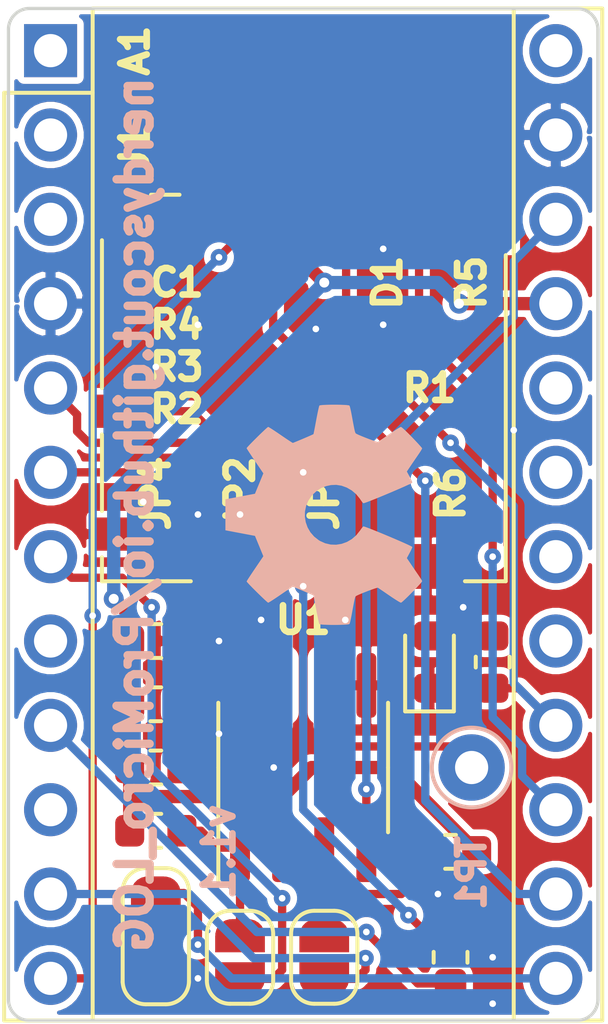
<source format=kicad_pcb>
(kicad_pcb (version 20171130) (host pcbnew 5.1.5)

  (general
    (thickness 0.8)
    (drawings 10)
    (tracks 174)
    (zones 0)
    (modules 16)
    (nets 20)
  )

  (page A4)
  (title_block
    (title ProMicro_LOG)
    (date 2020-08-15)
    (rev v1.1)
    (company https://twitter.com/nerdyscout84)
    (comment 1 "CERN Open Hardware Licence v1.2 ")
  )

  (layers
    (0 F.Cu mixed)
    (31 B.Cu mixed)
    (32 B.Adhes user)
    (33 F.Adhes user)
    (34 B.Paste user)
    (35 F.Paste user)
    (36 B.SilkS user)
    (37 F.SilkS user)
    (38 B.Mask user)
    (39 F.Mask user)
    (40 Dwgs.User user)
    (41 Cmts.User user)
    (42 Eco1.User user)
    (43 Eco2.User user)
    (44 Edge.Cuts user)
    (45 Margin user)
    (46 B.CrtYd user)
    (47 F.CrtYd user)
    (48 B.Fab user)
    (49 F.Fab user)
  )

  (setup
    (last_trace_width 0.25)
    (user_trace_width 0.1)
    (user_trace_width 0.2)
    (user_trace_width 0.25)
    (user_trace_width 0.4)
    (trace_clearance 0.2)
    (zone_clearance 0.125)
    (zone_45_only no)
    (trace_min 0.1)
    (via_size 0.5)
    (via_drill 0.2)
    (via_min_size 0.45)
    (via_min_drill 0.2)
    (user_via 0.45 0.2)
    (user_via 0.5 0.2)
    (user_via 0.6 0.3)
    (uvia_size 0.3)
    (uvia_drill 0.1)
    (uvias_allowed no)
    (uvia_min_size 0.2)
    (uvia_min_drill 0.1)
    (edge_width 0.05)
    (segment_width 0.2)
    (pcb_text_width 0.3)
    (pcb_text_size 1.5 1.5)
    (mod_edge_width 0.12)
    (mod_text_size 1 1)
    (mod_text_width 0.15)
    (pad_size 1.524 1.524)
    (pad_drill 0.762)
    (pad_to_mask_clearance 0)
    (aux_axis_origin 152.4 104.14)
    (grid_origin 152.4 104.14)
    (visible_elements FFFFFF7F)
    (pcbplotparams
      (layerselection 0x010fc_ffffffff)
      (usegerberextensions false)
      (usegerberattributes false)
      (usegerberadvancedattributes false)
      (creategerberjobfile false)
      (excludeedgelayer true)
      (linewidth 0.100000)
      (plotframeref false)
      (viasonmask false)
      (mode 1)
      (useauxorigin false)
      (hpglpennumber 1)
      (hpglpenspeed 20)
      (hpglpendiameter 15.000000)
      (psnegative false)
      (psa4output false)
      (plotreference true)
      (plotvalue true)
      (plotinvisibletext false)
      (padsonsilk false)
      (subtractmaskfromsilk false)
      (outputformat 1)
      (mirror false)
      (drillshape 1)
      (scaleselection 1)
      (outputdirectory ""))
  )

  (net 0 "")
  (net 1 GND)
  (net 2 +3V3)
  (net 3 Reset)
  (net 4 "Net-(TP1-Pad1)")
  (net 5 "Net-(JP1-Pad1)")
  (net 6 "Net-(JP2-Pad1)")
  (net 7 "Net-(J1-Pad9)")
  (net 8 CS)
  (net 9 "Net-(D1-Pad2)")
  (net 10 INT)
  (net 11 BTN)
  (net 12 SCK)
  (net 13 SCL)
  (net 14 CIPO)
  (net 15 SDA)
  (net 16 COPI)
  (net 17 CS1)
  (net 18 TRG)
  (net 19 CS0)

  (net_class Default "This is the default net class."
    (clearance 0.2)
    (trace_width 0.25)
    (via_dia 0.5)
    (via_drill 0.2)
    (uvia_dia 0.3)
    (uvia_drill 0.1)
    (add_net BTN)
    (add_net CIPO)
    (add_net COPI)
    (add_net CS)
    (add_net CS0)
    (add_net CS1)
    (add_net INT)
    (add_net "Net-(D1-Pad2)")
    (add_net "Net-(J1-Pad9)")
    (add_net "Net-(JP1-Pad1)")
    (add_net "Net-(JP2-Pad1)")
    (add_net "Net-(TP1-Pad1)")
    (add_net Reset)
    (add_net SCK)
    (add_net SCL)
    (add_net SDA)
    (add_net TRG)
  )

  (net_class Power ""
    (clearance 0.2)
    (trace_width 0.4)
    (via_dia 0.6)
    (via_drill 0.3)
    (uvia_dia 0.3)
    (uvia_drill 0.1)
    (add_net +3V3)
    (add_net GND)
  )

  (net_class small ""
    (clearance 0.2)
    (trace_width 0.2)
    (via_dia 0.5)
    (via_drill 0.2)
    (uvia_dia 0.3)
    (uvia_drill 0.1)
  )

  (net_class tiny ""
    (clearance 0.1)
    (trace_width 0.1)
    (via_dia 0.45)
    (via_drill 0.2)
    (uvia_dia 0.3)
    (uvia_drill 0.1)
  )

  (module Symbol:OSHW-Symbol_6.7x6mm_SilkScreen (layer B.Cu) (tedit 0) (tstamp 5E260438)
    (at 145.415 90.17 270)
    (descr "Open Source Hardware Symbol")
    (tags "Logo Symbol OSHW")
    (path /5E25FD05)
    (attr virtual)
    (fp_text reference LOGO1 (at 0 0 90) (layer B.SilkS) hide
      (effects (font (size 1 1) (thickness 0.15)) (justify mirror))
    )
    (fp_text value Logo_Open_Hardware_Small (at 0.75 0 90) (layer B.Fab) hide
      (effects (font (size 1 1) (thickness 0.15)) (justify mirror))
    )
    (fp_poly (pts (xy 0.555814 2.531069) (xy 0.639635 2.086445) (xy 0.94892 1.958947) (xy 1.258206 1.831449)
      (xy 1.629246 2.083754) (xy 1.733157 2.154004) (xy 1.827087 2.216728) (xy 1.906652 2.269062)
      (xy 1.96747 2.308143) (xy 2.005157 2.331107) (xy 2.015421 2.336058) (xy 2.03391 2.323324)
      (xy 2.07342 2.288118) (xy 2.129522 2.234938) (xy 2.197787 2.168282) (xy 2.273786 2.092646)
      (xy 2.353092 2.012528) (xy 2.431275 1.932426) (xy 2.503907 1.856836) (xy 2.566559 1.790255)
      (xy 2.614803 1.737182) (xy 2.64421 1.702113) (xy 2.651241 1.690377) (xy 2.641123 1.66874)
      (xy 2.612759 1.621338) (xy 2.569129 1.552807) (xy 2.513218 1.467785) (xy 2.448006 1.370907)
      (xy 2.410219 1.31565) (xy 2.341343 1.214752) (xy 2.28014 1.123701) (xy 2.229578 1.04703)
      (xy 2.192628 0.989272) (xy 2.172258 0.954957) (xy 2.169197 0.947746) (xy 2.176136 0.927252)
      (xy 2.195051 0.879487) (xy 2.223087 0.811168) (xy 2.257391 0.729011) (xy 2.295109 0.63973)
      (xy 2.333387 0.550042) (xy 2.36937 0.466662) (xy 2.400206 0.396306) (xy 2.423039 0.34569)
      (xy 2.435017 0.321529) (xy 2.435724 0.320578) (xy 2.454531 0.315964) (xy 2.504618 0.305672)
      (xy 2.580793 0.290713) (xy 2.677865 0.272099) (xy 2.790643 0.250841) (xy 2.856442 0.238582)
      (xy 2.97695 0.215638) (xy 3.085797 0.193805) (xy 3.177476 0.174278) (xy 3.246481 0.158252)
      (xy 3.287304 0.146921) (xy 3.295511 0.143326) (xy 3.303548 0.118994) (xy 3.310033 0.064041)
      (xy 3.31497 -0.015108) (xy 3.318364 -0.112026) (xy 3.320218 -0.220287) (xy 3.320538 -0.333465)
      (xy 3.319327 -0.445135) (xy 3.31659 -0.548868) (xy 3.312331 -0.638241) (xy 3.306555 -0.706826)
      (xy 3.299267 -0.748197) (xy 3.294895 -0.75681) (xy 3.268764 -0.767133) (xy 3.213393 -0.781892)
      (xy 3.136107 -0.799352) (xy 3.04423 -0.81778) (xy 3.012158 -0.823741) (xy 2.857524 -0.852066)
      (xy 2.735375 -0.874876) (xy 2.641673 -0.89308) (xy 2.572384 -0.907583) (xy 2.523471 -0.919292)
      (xy 2.490897 -0.929115) (xy 2.470628 -0.937956) (xy 2.458626 -0.946724) (xy 2.456947 -0.948457)
      (xy 2.440184 -0.976371) (xy 2.414614 -1.030695) (xy 2.382788 -1.104777) (xy 2.34726 -1.191965)
      (xy 2.310583 -1.285608) (xy 2.275311 -1.379052) (xy 2.243996 -1.465647) (xy 2.219193 -1.53874)
      (xy 2.203454 -1.591678) (xy 2.199332 -1.617811) (xy 2.199676 -1.618726) (xy 2.213641 -1.640086)
      (xy 2.245322 -1.687084) (xy 2.291391 -1.754827) (xy 2.348518 -1.838423) (xy 2.413373 -1.932982)
      (xy 2.431843 -1.959854) (xy 2.497699 -2.057275) (xy 2.55565 -2.146163) (xy 2.602538 -2.221412)
      (xy 2.635207 -2.27792) (xy 2.6505 -2.310581) (xy 2.651241 -2.314593) (xy 2.638392 -2.335684)
      (xy 2.602888 -2.377464) (xy 2.549293 -2.435445) (xy 2.482171 -2.505135) (xy 2.406087 -2.582045)
      (xy 2.325604 -2.661683) (xy 2.245287 -2.739561) (xy 2.169699 -2.811186) (xy 2.103405 -2.87207)
      (xy 2.050969 -2.917721) (xy 2.016955 -2.94365) (xy 2.007545 -2.947883) (xy 1.985643 -2.937912)
      (xy 1.9408 -2.91102) (xy 1.880321 -2.871736) (xy 1.833789 -2.840117) (xy 1.749475 -2.782098)
      (xy 1.649626 -2.713784) (xy 1.549473 -2.645579) (xy 1.495627 -2.609075) (xy 1.313371 -2.4858)
      (xy 1.160381 -2.56852) (xy 1.090682 -2.604759) (xy 1.031414 -2.632926) (xy 0.991311 -2.648991)
      (xy 0.981103 -2.651226) (xy 0.968829 -2.634722) (xy 0.944613 -2.588082) (xy 0.910263 -2.515609)
      (xy 0.867588 -2.421606) (xy 0.818394 -2.310374) (xy 0.76449 -2.186215) (xy 0.707684 -2.053432)
      (xy 0.649782 -1.916327) (xy 0.592593 -1.779202) (xy 0.537924 -1.646358) (xy 0.487584 -1.522098)
      (xy 0.44338 -1.410725) (xy 0.407119 -1.316539) (xy 0.380609 -1.243844) (xy 0.365658 -1.196941)
      (xy 0.363254 -1.180833) (xy 0.382311 -1.160286) (xy 0.424036 -1.126933) (xy 0.479706 -1.087702)
      (xy 0.484378 -1.084599) (xy 0.628264 -0.969423) (xy 0.744283 -0.835053) (xy 0.83143 -0.685784)
      (xy 0.888699 -0.525913) (xy 0.915086 -0.359737) (xy 0.909585 -0.191552) (xy 0.87119 -0.025655)
      (xy 0.798895 0.133658) (xy 0.777626 0.168513) (xy 0.666996 0.309263) (xy 0.536302 0.422286)
      (xy 0.390064 0.506997) (xy 0.232808 0.562806) (xy 0.069057 0.589126) (xy -0.096667 0.58537)
      (xy -0.259838 0.55095) (xy -0.415935 0.485277) (xy -0.560433 0.387765) (xy -0.605131 0.348187)
      (xy -0.718888 0.224297) (xy -0.801782 0.093876) (xy -0.858644 -0.052315) (xy -0.890313 -0.197088)
      (xy -0.898131 -0.35986) (xy -0.872062 -0.52344) (xy -0.814755 -0.682298) (xy -0.728856 -0.830906)
      (xy -0.617014 -0.963735) (xy -0.481877 -1.075256) (xy -0.464117 -1.087011) (xy -0.40785 -1.125508)
      (xy -0.365077 -1.158863) (xy -0.344628 -1.18016) (xy -0.344331 -1.180833) (xy -0.348721 -1.203871)
      (xy -0.366124 -1.256157) (xy -0.394732 -1.33339) (xy -0.432735 -1.431268) (xy -0.478326 -1.545491)
      (xy -0.529697 -1.671758) (xy -0.585038 -1.805767) (xy -0.642542 -1.943218) (xy -0.700399 -2.079808)
      (xy -0.756802 -2.211237) (xy -0.809942 -2.333205) (xy -0.85801 -2.441409) (xy -0.899199 -2.531549)
      (xy -0.931699 -2.599323) (xy -0.953703 -2.64043) (xy -0.962564 -2.651226) (xy -0.98964 -2.642819)
      (xy -1.040303 -2.620272) (xy -1.105817 -2.587613) (xy -1.141841 -2.56852) (xy -1.294832 -2.4858)
      (xy -1.477088 -2.609075) (xy -1.570125 -2.672228) (xy -1.671985 -2.741727) (xy -1.767438 -2.807165)
      (xy -1.81525 -2.840117) (xy -1.882495 -2.885273) (xy -1.939436 -2.921057) (xy -1.978646 -2.942938)
      (xy -1.991381 -2.947563) (xy -2.009917 -2.935085) (xy -2.050941 -2.900252) (xy -2.110475 -2.846678)
      (xy -2.184542 -2.777983) (xy -2.269165 -2.697781) (xy -2.322685 -2.646286) (xy -2.416319 -2.554286)
      (xy -2.497241 -2.471999) (xy -2.562177 -2.402945) (xy -2.607858 -2.350644) (xy -2.631011 -2.318616)
      (xy -2.633232 -2.312116) (xy -2.622924 -2.287394) (xy -2.594439 -2.237405) (xy -2.550937 -2.167212)
      (xy -2.495577 -2.081875) (xy -2.43152 -1.986456) (xy -2.413303 -1.959854) (xy -2.346927 -1.863167)
      (xy -2.287378 -1.776117) (xy -2.237984 -1.703595) (xy -2.202075 -1.650493) (xy -2.182981 -1.621703)
      (xy -2.181136 -1.618726) (xy -2.183895 -1.595782) (xy -2.198538 -1.545336) (xy -2.222513 -1.474041)
      (xy -2.253266 -1.388547) (xy -2.288244 -1.295507) (xy -2.324893 -1.201574) (xy -2.360661 -1.113399)
      (xy -2.392994 -1.037634) (xy -2.419338 -0.980931) (xy -2.437142 -0.949943) (xy -2.438407 -0.948457)
      (xy -2.449294 -0.939601) (xy -2.467682 -0.930843) (xy -2.497606 -0.921277) (xy -2.543103 -0.909996)
      (xy -2.608209 -0.896093) (xy -2.696961 -0.878663) (xy -2.813393 -0.856798) (xy -2.961542 -0.829591)
      (xy -2.993618 -0.823741) (xy -3.088686 -0.805374) (xy -3.171565 -0.787405) (xy -3.23493 -0.771569)
      (xy -3.271458 -0.7596) (xy -3.276356 -0.75681) (xy -3.284427 -0.732072) (xy -3.290987 -0.67679)
      (xy -3.296033 -0.597389) (xy -3.299559 -0.500296) (xy -3.301561 -0.391938) (xy -3.302036 -0.27874)
      (xy -3.300977 -0.167128) (xy -3.298382 -0.063529) (xy -3.294246 0.025632) (xy -3.288563 0.093928)
      (xy -3.281331 0.134934) (xy -3.276971 0.143326) (xy -3.252698 0.151792) (xy -3.197426 0.165565)
      (xy -3.116662 0.18345) (xy -3.015912 0.204252) (xy -2.900683 0.226777) (xy -2.837902 0.238582)
      (xy -2.718787 0.260849) (xy -2.612565 0.281021) (xy -2.524427 0.298085) (xy -2.459566 0.311031)
      (xy -2.423174 0.318845) (xy -2.417184 0.320578) (xy -2.407061 0.34011) (xy -2.385662 0.387157)
      (xy -2.355839 0.454997) (xy -2.320445 0.536909) (xy -2.282332 0.626172) (xy -2.244353 0.716065)
      (xy -2.20936 0.799865) (xy -2.180206 0.870853) (xy -2.159743 0.922306) (xy -2.150823 0.947503)
      (xy -2.150657 0.948604) (xy -2.160769 0.968481) (xy -2.189117 1.014223) (xy -2.232723 1.081283)
      (xy -2.288606 1.165116) (xy -2.353787 1.261174) (xy -2.391679 1.31635) (xy -2.460725 1.417519)
      (xy -2.52205 1.50937) (xy -2.572663 1.587256) (xy -2.609571 1.646531) (xy -2.629782 1.682549)
      (xy -2.632701 1.690623) (xy -2.620153 1.709416) (xy -2.585463 1.749543) (xy -2.533063 1.806507)
      (xy -2.467384 1.875815) (xy -2.392856 1.952969) (xy -2.313913 2.033475) (xy -2.234983 2.112837)
      (xy -2.1605 2.18656) (xy -2.094894 2.250148) (xy -2.042596 2.299106) (xy -2.008039 2.328939)
      (xy -1.996478 2.336058) (xy -1.977654 2.326047) (xy -1.932631 2.297922) (xy -1.865787 2.254546)
      (xy -1.781499 2.198782) (xy -1.684144 2.133494) (xy -1.610707 2.083754) (xy -1.239667 1.831449)
      (xy -0.621095 2.086445) (xy -0.537275 2.531069) (xy -0.453454 2.975693) (xy 0.471994 2.975693)
      (xy 0.555814 2.531069)) (layer B.SilkS) (width 0.01))
  )

  (module Module:Sparkfun_Pro_Micro (layer F.Cu) (tedit 5D5AC4F8) (tstamp 5EDCF1EA)
    (at 137.16 76.2)
    (descr "Sparkfun Pro Micro, https://www.sparkfun.com/products/12587")
    (tags "Sparkfun Pro Micro")
    (path /5EDCCCBD)
    (fp_text reference A1 (at 2.54 0 90) (layer F.SilkS)
      (effects (font (size 0.8 0.8) (thickness 0.2)))
    )
    (fp_text value Sparkfun_Pro_Micro_3V3 (at 8.89 13.97 90) (layer F.Fab) hide
      (effects (font (size 1 1) (thickness 0.15)))
    )
    (fp_text user %R (at 2.54 0 90) (layer F.Fab)
      (effects (font (size 0.8 0.8) (thickness 0.2)))
    )
    (fp_line (start -1.4 1.27) (end -1.4 29.21) (layer F.SilkS) (width 0.12))
    (fp_line (start 13.97 -1.27) (end 13.97 29.21) (layer F.SilkS) (width 0.12))
    (fp_line (start 1.27 1.27) (end -1.4 1.27) (layer F.SilkS) (width 0.12))
    (fp_line (start 1.27 -1.27) (end 1.27 29.21) (layer F.SilkS) (width 0.12))
    (fp_line (start -1.4 29.21) (end 16.64 29.21) (layer F.SilkS) (width 0.12))
    (fp_line (start 16.64 29.21) (end 16.64 -1.27) (layer F.SilkS) (width 0.12))
    (fp_line (start 16.64 -1.27) (end 1.27 -1.27) (layer F.SilkS) (width 0.12))
    (fp_line (start 16.5 29.05) (end -1.27 29.05) (layer F.Fab) (width 0.1))
    (fp_line (start -1.27 29.05) (end -1.27 -0.6) (layer F.Fab) (width 0.1))
    (fp_line (start -0.8 -1.1) (end -1.27 -0.6) (layer F.Fab) (width 0.1))
    (fp_line (start -0.8 -1.1) (end 16.5 -1.1) (layer F.Fab) (width 0.1))
    (fp_line (start 16.5 -1.1) (end 16.5 29.05) (layer F.Fab) (width 0.1))
    (fp_line (start -1.5 -1.5) (end 16.8 -1.5) (layer F.CrtYd) (width 0.05))
    (fp_line (start -1.5 -1.5) (end -1.5 29.3) (layer F.CrtYd) (width 0.05))
    (fp_line (start 16.8 29.3) (end 16.8 -1.5) (layer F.CrtYd) (width 0.05))
    (fp_line (start 16.8 29.3) (end -1.5 29.3) (layer F.CrtYd) (width 0.05))
    (pad 24 thru_hole oval (at 15.24 0) (size 1.6 1.6) (drill 1) (layers *.Cu *.Mask))
    (pad 23 thru_hole oval (at 15.24 2.54) (size 1.6 1.6) (drill 1) (layers *.Cu *.Mask)
      (net 1 GND))
    (pad 22 thru_hole oval (at 15.24 5.08) (size 1.6 1.6) (drill 1) (layers *.Cu *.Mask)
      (net 3 Reset))
    (pad 12 thru_hole oval (at 0 27.94) (size 1.6 1.6) (drill 1) (layers *.Cu *.Mask)
      (net 17 CS1))
    (pad 21 thru_hole oval (at 15.24 7.62) (size 1.6 1.6) (drill 1) (layers *.Cu *.Mask)
      (net 2 +3V3))
    (pad 11 thru_hole oval (at 0 25.4) (size 1.6 1.6) (drill 1) (layers *.Cu *.Mask)
      (net 10 INT))
    (pad 20 thru_hole oval (at 15.24 10.16) (size 1.6 1.6) (drill 1) (layers *.Cu *.Mask))
    (pad 10 thru_hole oval (at 0 22.86) (size 1.6 1.6) (drill 1) (layers *.Cu *.Mask))
    (pad 19 thru_hole oval (at 15.24 12.7) (size 1.6 1.6) (drill 1) (layers *.Cu *.Mask))
    (pad 9 thru_hole oval (at 0 20.32) (size 1.6 1.6) (drill 1) (layers *.Cu *.Mask)
      (net 11 BTN))
    (pad 18 thru_hole oval (at 15.24 15.24) (size 1.6 1.6) (drill 1) (layers *.Cu *.Mask))
    (pad 8 thru_hole oval (at 0 17.78) (size 1.6 1.6) (drill 1) (layers *.Cu *.Mask))
    (pad 17 thru_hole oval (at 15.24 17.78) (size 1.6 1.6) (drill 1) (layers *.Cu *.Mask))
    (pad 7 thru_hole oval (at 0 15.24) (size 1.6 1.6) (drill 1) (layers *.Cu *.Mask)
      (net 18 TRG))
    (pad 16 thru_hole oval (at 15.24 20.32) (size 1.6 1.6) (drill 1) (layers *.Cu *.Mask)
      (net 12 SCK))
    (pad 6 thru_hole oval (at 0 12.7) (size 1.6 1.6) (drill 1) (layers *.Cu *.Mask)
      (net 13 SCL))
    (pad 15 thru_hole oval (at 15.24 22.86) (size 1.6 1.6) (drill 1) (layers *.Cu *.Mask)
      (net 14 CIPO))
    (pad 5 thru_hole oval (at 0 10.16) (size 1.6 1.6) (drill 1) (layers *.Cu *.Mask)
      (net 15 SDA))
    (pad 14 thru_hole oval (at 15.24 25.4) (size 1.6 1.6) (drill 1) (layers *.Cu *.Mask)
      (net 16 COPI))
    (pad 4 thru_hole oval (at 0 7.62) (size 1.6 1.6) (drill 1) (layers *.Cu *.Mask)
      (net 1 GND))
    (pad 13 thru_hole oval (at 15.24 27.94) (size 1.6 1.6) (drill 1) (layers *.Cu *.Mask)
      (net 19 CS0))
    (pad 3 thru_hole oval (at 0 5.08) (size 1.6 1.6) (drill 1) (layers *.Cu *.Mask))
    (pad 2 thru_hole oval (at 0 2.54) (size 1.6 1.6) (drill 1) (layers *.Cu *.Mask))
    (pad 1 thru_hole rect (at 0 0) (size 1.6 1.6) (drill 1) (layers *.Cu *.Mask))
    (model ${KISYS3DMOD}/Module.3dshapes/Sparkfun_Pro_Micro.wrl
      (at (xyz 0 0 0))
      (scale (xyz 1 1 1))
      (rotate (xyz 0 0 0))
    )
  )

  (module Resistor_SMD:R_0603_1608Metric (layer F.Cu) (tedit 5B301BBD) (tstamp 5EB67542)
    (at 149.225 103.505 270)
    (descr "Resistor SMD 0603 (1608 Metric), square (rectangular) end terminal, IPC_7351 nominal, (Body size source: http://www.tortai-tech.com/upload/download/2011102023233369053.pdf), generated with kicad-footprint-generator")
    (tags resistor)
    (path /5EB68CCE)
    (attr smd)
    (fp_text reference R6 (at -13.97 0 270) (layer F.SilkS)
      (effects (font (size 0.8 0.8) (thickness 0.2)))
    )
    (fp_text value 4k7 (at 0 0 270) (layer F.Fab) hide
      (effects (font (size 1 1) (thickness 0.15)))
    )
    (fp_text user %R (at 0 0 270) (layer F.Fab)
      (effects (font (size 0.4 0.4) (thickness 0.06)))
    )
    (fp_line (start 1.48 0.73) (end -1.48 0.73) (layer F.CrtYd) (width 0.05))
    (fp_line (start 1.48 -0.73) (end 1.48 0.73) (layer F.CrtYd) (width 0.05))
    (fp_line (start -1.48 -0.73) (end 1.48 -0.73) (layer F.CrtYd) (width 0.05))
    (fp_line (start -1.48 0.73) (end -1.48 -0.73) (layer F.CrtYd) (width 0.05))
    (fp_line (start -0.162779 0.51) (end 0.162779 0.51) (layer F.SilkS) (width 0.12))
    (fp_line (start -0.162779 -0.51) (end 0.162779 -0.51) (layer F.SilkS) (width 0.12))
    (fp_line (start 0.8 0.4) (end -0.8 0.4) (layer F.Fab) (width 0.1))
    (fp_line (start 0.8 -0.4) (end 0.8 0.4) (layer F.Fab) (width 0.1))
    (fp_line (start -0.8 -0.4) (end 0.8 -0.4) (layer F.Fab) (width 0.1))
    (fp_line (start -0.8 0.4) (end -0.8 -0.4) (layer F.Fab) (width 0.1))
    (pad 2 smd roundrect (at 0.7875 0 270) (size 0.875 0.95) (layers F.Cu F.Paste F.Mask) (roundrect_rratio 0.25)
      (net 11 BTN))
    (pad 1 smd roundrect (at -0.7875 0 270) (size 0.875 0.95) (layers F.Cu F.Paste F.Mask) (roundrect_rratio 0.25)
      (net 7 "Net-(J1-Pad9)"))
    (model ${KISYS3DMOD}/Resistor_SMD.3dshapes/R_0603_1608Metric.wrl
      (at (xyz 0 0 0))
      (scale (xyz 1 1 1))
      (rotate (xyz 0 0 0))
    )
  )

  (module Capacitor_SMD:C_0603_1608Metric (layer F.Cu) (tedit 5B301BBE) (tstamp 5E1B7527)
    (at 140.335 93.98)
    (descr "Capacitor SMD 0603 (1608 Metric), square (rectangular) end terminal, IPC_7351 nominal, (Body size source: http://www.tortai-tech.com/upload/download/2011102023233369053.pdf), generated with kicad-footprint-generator")
    (tags capacitor)
    (path /5E12F3AD)
    (attr smd)
    (fp_text reference C1 (at 0.635 -10.795) (layer F.SilkS)
      (effects (font (size 0.8 0.8) (thickness 0.2)))
    )
    (fp_text value 100n (at 0 0) (layer F.Fab) hide
      (effects (font (size 1 1) (thickness 0.15)))
    )
    (fp_text user %R (at 0 0) (layer F.Fab)
      (effects (font (size 0.4 0.4) (thickness 0.06)))
    )
    (fp_line (start 1.48 0.73) (end -1.48 0.73) (layer F.CrtYd) (width 0.05))
    (fp_line (start 1.48 -0.73) (end 1.48 0.73) (layer F.CrtYd) (width 0.05))
    (fp_line (start -1.48 -0.73) (end 1.48 -0.73) (layer F.CrtYd) (width 0.05))
    (fp_line (start -1.48 0.73) (end -1.48 -0.73) (layer F.CrtYd) (width 0.05))
    (fp_line (start -0.162779 0.51) (end 0.162779 0.51) (layer F.SilkS) (width 0.12))
    (fp_line (start -0.162779 -0.51) (end 0.162779 -0.51) (layer F.SilkS) (width 0.12))
    (fp_line (start 0.8 0.4) (end -0.8 0.4) (layer F.Fab) (width 0.1))
    (fp_line (start 0.8 -0.4) (end 0.8 0.4) (layer F.Fab) (width 0.1))
    (fp_line (start -0.8 -0.4) (end 0.8 -0.4) (layer F.Fab) (width 0.1))
    (fp_line (start -0.8 0.4) (end -0.8 -0.4) (layer F.Fab) (width 0.1))
    (pad 2 smd roundrect (at 0.7875 0) (size 0.875 0.95) (layers F.Cu F.Paste F.Mask) (roundrect_rratio 0.25)
      (net 1 GND))
    (pad 1 smd roundrect (at -0.7875 0) (size 0.875 0.95) (layers F.Cu F.Paste F.Mask) (roundrect_rratio 0.25)
      (net 2 +3V3))
    (model ${KISYS3DMOD}/Capacitor_SMD.3dshapes/C_0603_1608Metric.wrl
      (at (xyz 0 0 0))
      (scale (xyz 1 1 1))
      (rotate (xyz 0 0 0))
    )
  )

  (module Jumper:SolderJumper-3_P1.3mm_Bridged12_RoundedPad1.0x1.5mm_NumberLabels (layer F.Cu) (tedit 5C745336) (tstamp 5EB61CBB)
    (at 140.335 102.87 90)
    (descr "SMD Solder 3-pad Jumper, 1x1.5mm rounded Pads, 0.3mm gap, pads 1-2 bridged with 1 copper strip, labeled with numbers")
    (tags "solder jumper open")
    (path /5EB5C3ED)
    (attr virtual)
    (fp_text reference JP4 (at 13.335 0 270) (layer F.SilkS)
      (effects (font (size 0.8 0.8) (thickness 0.2)))
    )
    (fp_text value SolderJumper_3_Bridged12 (at 0 0 270) (layer F.Fab) hide
      (effects (font (size 1 1) (thickness 0.15)))
    )
    (fp_poly (pts (xy -0.9 -0.3) (xy -0.4 -0.3) (xy -0.4 0.3) (xy -0.9 0.3)) (layer F.Cu) (width 0))
    (fp_arc (start -1.35 -0.3) (end -1.35 -1) (angle -90) (layer F.SilkS) (width 0.12))
    (fp_arc (start -1.35 0.3) (end -2.05 0.3) (angle -90) (layer F.SilkS) (width 0.12))
    (fp_arc (start 1.35 0.3) (end 1.35 1) (angle -90) (layer F.SilkS) (width 0.12))
    (fp_arc (start 1.35 -0.3) (end 2.05 -0.3) (angle -90) (layer F.SilkS) (width 0.12))
    (fp_line (start 2.3 1.25) (end -2.3 1.25) (layer F.CrtYd) (width 0.05))
    (fp_line (start 2.3 1.25) (end 2.3 -1.25) (layer F.CrtYd) (width 0.05))
    (fp_line (start -2.3 -1.25) (end -2.3 1.25) (layer F.CrtYd) (width 0.05))
    (fp_line (start -2.3 -1.25) (end 2.3 -1.25) (layer F.CrtYd) (width 0.05))
    (fp_line (start -1.4 -1) (end 1.4 -1) (layer F.SilkS) (width 0.12))
    (fp_line (start 2.05 -0.3) (end 2.05 0.3) (layer F.SilkS) (width 0.12))
    (fp_line (start 1.4 1) (end -1.4 1) (layer F.SilkS) (width 0.12))
    (fp_line (start -2.05 0.3) (end -2.05 -0.3) (layer F.SilkS) (width 0.12))
    (fp_text user 1 (at -2.6 0 270) (layer F.SilkS) hide
      (effects (font (size 1 1) (thickness 0.15)))
    )
    (fp_text user 3 (at 2.6 0 270) (layer F.SilkS) hide
      (effects (font (size 1 1) (thickness 0.15)))
    )
    (pad 1 smd custom (at -1.3 0 90) (size 1 0.5) (layers F.Cu F.Mask)
      (net 17 CS1) (zone_connect 2)
      (options (clearance outline) (anchor rect))
      (primitives
        (gr_poly (pts
           (xy 0.55 -0.75) (xy 0 -0.75) (xy 0 0.75) (xy 0.55 0.75)) (width 0))
        (gr_circle (center 0 0.25) (end 0.5 0.25) (width 0))
        (gr_circle (center 0 -0.25) (end 0.5 -0.25) (width 0))
      ))
    (pad 2 smd rect (at 0 0 90) (size 1 1.5) (layers F.Cu F.Mask)
      (net 8 CS))
    (pad 3 smd custom (at 1.3 0 90) (size 1 0.5) (layers F.Cu F.Mask)
      (net 19 CS0) (zone_connect 2)
      (options (clearance outline) (anchor rect))
      (primitives
        (gr_circle (center 0 0.25) (end 0.5 0.25) (width 0))
        (gr_circle (center 0 -0.25) (end 0.5 -0.25) (width 0))
        (gr_poly (pts
           (xy -0.55 -0.75) (xy 0 -0.75) (xy 0 0.75) (xy -0.55 0.75)) (width 0))
      ))
  )

  (module LED_SMD:LED_0603_1608Metric (layer F.Cu) (tedit 5B301BBE) (tstamp 5EB5D1A2)
    (at 148.59 94.615 90)
    (descr "LED SMD 0603 (1608 Metric), square (rectangular) end terminal, IPC_7351 nominal, (Body size source: http://www.tortai-tech.com/upload/download/2011102023233369053.pdf), generated with kicad-footprint-generator")
    (tags diode)
    (path /5EB8F9A4)
    (attr smd)
    (fp_text reference D1 (at 11.43 -1.27 270) (layer F.SilkS)
      (effects (font (size 0.8 0.8) (thickness 0.2)))
    )
    (fp_text value LED (at 0 0 270) (layer F.Fab) hide
      (effects (font (size 1 1) (thickness 0.15)))
    )
    (fp_text user %R (at 0 0 270) (layer F.Fab)
      (effects (font (size 0.4 0.4) (thickness 0.06)))
    )
    (fp_line (start 1.48 0.73) (end -1.48 0.73) (layer F.CrtYd) (width 0.05))
    (fp_line (start 1.48 -0.73) (end 1.48 0.73) (layer F.CrtYd) (width 0.05))
    (fp_line (start -1.48 -0.73) (end 1.48 -0.73) (layer F.CrtYd) (width 0.05))
    (fp_line (start -1.48 0.73) (end -1.48 -0.73) (layer F.CrtYd) (width 0.05))
    (fp_line (start -1.485 0.735) (end 0.8 0.735) (layer F.SilkS) (width 0.12))
    (fp_line (start -1.485 -0.735) (end -1.485 0.735) (layer F.SilkS) (width 0.12))
    (fp_line (start 0.8 -0.735) (end -1.485 -0.735) (layer F.SilkS) (width 0.12))
    (fp_line (start 0.8 0.4) (end 0.8 -0.4) (layer F.Fab) (width 0.1))
    (fp_line (start -0.8 0.4) (end 0.8 0.4) (layer F.Fab) (width 0.1))
    (fp_line (start -0.8 -0.1) (end -0.8 0.4) (layer F.Fab) (width 0.1))
    (fp_line (start -0.5 -0.4) (end -0.8 -0.1) (layer F.Fab) (width 0.1))
    (fp_line (start 0.8 -0.4) (end -0.5 -0.4) (layer F.Fab) (width 0.1))
    (pad 2 smd roundrect (at 0.7875 0 90) (size 0.875 0.95) (layers F.Cu F.Paste F.Mask) (roundrect_rratio 0.25)
      (net 9 "Net-(D1-Pad2)"))
    (pad 1 smd roundrect (at -0.7875 0 90) (size 0.875 0.95) (layers F.Cu F.Paste F.Mask) (roundrect_rratio 0.25)
      (net 1 GND))
    (model ${KISYS3DMOD}/LED_SMD.3dshapes/LED_0603_1608Metric.wrl
      (at (xyz 0 0 0))
      (scale (xyz 1 1 1))
      (rotate (xyz 0 0 0))
    )
  )

  (module Resistor_SMD:R_0603_1608Metric (layer F.Cu) (tedit 5B301BBD) (tstamp 5EB5C755)
    (at 150.495 94.615 90)
    (descr "Resistor SMD 0603 (1608 Metric), square (rectangular) end terminal, IPC_7351 nominal, (Body size source: http://www.tortai-tech.com/upload/download/2011102023233369053.pdf), generated with kicad-footprint-generator")
    (tags resistor)
    (path /5EB8D6DE)
    (attr smd)
    (fp_text reference R5 (at 11.43 -0.635 270) (layer F.SilkS)
      (effects (font (size 0.8 0.8) (thickness 0.2)))
    )
    (fp_text value 1k (at 0 0 270) (layer F.Fab) hide
      (effects (font (size 1 1) (thickness 0.15)))
    )
    (fp_text user %R (at 0 0 270) (layer F.Fab)
      (effects (font (size 0.4 0.4) (thickness 0.06)))
    )
    (fp_line (start 1.48 0.73) (end -1.48 0.73) (layer F.CrtYd) (width 0.05))
    (fp_line (start 1.48 -0.73) (end 1.48 0.73) (layer F.CrtYd) (width 0.05))
    (fp_line (start -1.48 -0.73) (end 1.48 -0.73) (layer F.CrtYd) (width 0.05))
    (fp_line (start -1.48 0.73) (end -1.48 -0.73) (layer F.CrtYd) (width 0.05))
    (fp_line (start -0.162779 0.51) (end 0.162779 0.51) (layer F.SilkS) (width 0.12))
    (fp_line (start -0.162779 -0.51) (end 0.162779 -0.51) (layer F.SilkS) (width 0.12))
    (fp_line (start 0.8 0.4) (end -0.8 0.4) (layer F.Fab) (width 0.1))
    (fp_line (start 0.8 -0.4) (end 0.8 0.4) (layer F.Fab) (width 0.1))
    (fp_line (start -0.8 -0.4) (end 0.8 -0.4) (layer F.Fab) (width 0.1))
    (fp_line (start -0.8 0.4) (end -0.8 -0.4) (layer F.Fab) (width 0.1))
    (pad 2 smd roundrect (at 0.7875 0 90) (size 0.875 0.95) (layers F.Cu F.Paste F.Mask) (roundrect_rratio 0.25)
      (net 9 "Net-(D1-Pad2)"))
    (pad 1 smd roundrect (at -0.7875 0 90) (size 0.875 0.95) (layers F.Cu F.Paste F.Mask) (roundrect_rratio 0.25)
      (net 12 SCK))
    (model ${KISYS3DMOD}/Resistor_SMD.3dshapes/R_0603_1608Metric.wrl
      (at (xyz 0 0 0))
      (scale (xyz 1 1 1))
      (rotate (xyz 0 0 0))
    )
  )

  (module Resistor_SMD:R_0603_1608Metric (layer F.Cu) (tedit 5B301BBD) (tstamp 5EB61EF0)
    (at 140.335 95.885)
    (descr "Resistor SMD 0603 (1608 Metric), square (rectangular) end terminal, IPC_7351 nominal, (Body size source: http://www.tortai-tech.com/upload/download/2011102023233369053.pdf), generated with kicad-footprint-generator")
    (tags resistor)
    (path /5EB7B562)
    (attr smd)
    (fp_text reference R4 (at 0.635 -11.43) (layer F.SilkS)
      (effects (font (size 0.8 0.8) (thickness 0.2)))
    )
    (fp_text value 4k7 (at 0 0) (layer F.Fab) hide
      (effects (font (size 1 1) (thickness 0.15)))
    )
    (fp_text user %R (at 0 0) (layer F.Fab)
      (effects (font (size 0.4 0.4) (thickness 0.06)))
    )
    (fp_line (start 1.48 0.73) (end -1.48 0.73) (layer F.CrtYd) (width 0.05))
    (fp_line (start 1.48 -0.73) (end 1.48 0.73) (layer F.CrtYd) (width 0.05))
    (fp_line (start -1.48 -0.73) (end 1.48 -0.73) (layer F.CrtYd) (width 0.05))
    (fp_line (start -1.48 0.73) (end -1.48 -0.73) (layer F.CrtYd) (width 0.05))
    (fp_line (start -0.162779 0.51) (end 0.162779 0.51) (layer F.SilkS) (width 0.12))
    (fp_line (start -0.162779 -0.51) (end 0.162779 -0.51) (layer F.SilkS) (width 0.12))
    (fp_line (start 0.8 0.4) (end -0.8 0.4) (layer F.Fab) (width 0.1))
    (fp_line (start 0.8 -0.4) (end 0.8 0.4) (layer F.Fab) (width 0.1))
    (fp_line (start -0.8 -0.4) (end 0.8 -0.4) (layer F.Fab) (width 0.1))
    (fp_line (start -0.8 0.4) (end -0.8 -0.4) (layer F.Fab) (width 0.1))
    (pad 2 smd roundrect (at 0.7875 0) (size 0.875 0.95) (layers F.Cu F.Paste F.Mask) (roundrect_rratio 0.25)
      (net 13 SCL))
    (pad 1 smd roundrect (at -0.7875 0) (size 0.875 0.95) (layers F.Cu F.Paste F.Mask) (roundrect_rratio 0.25)
      (net 2 +3V3))
    (model ${KISYS3DMOD}/Resistor_SMD.3dshapes/R_0603_1608Metric.wrl
      (at (xyz 0 0 0))
      (scale (xyz 1 1 1))
      (rotate (xyz 0 0 0))
    )
  )

  (module Resistor_SMD:R_0603_1608Metric (layer F.Cu) (tedit 5B301BBD) (tstamp 5EB61EDF)
    (at 140.335 97.79)
    (descr "Resistor SMD 0603 (1608 Metric), square (rectangular) end terminal, IPC_7351 nominal, (Body size source: http://www.tortai-tech.com/upload/download/2011102023233369053.pdf), generated with kicad-footprint-generator")
    (tags resistor)
    (path /5EB7AE60)
    (attr smd)
    (fp_text reference R3 (at 0.635 -12.065) (layer F.SilkS)
      (effects (font (size 0.8 0.8) (thickness 0.2)))
    )
    (fp_text value 4k7 (at 0 0) (layer F.Fab) hide
      (effects (font (size 1 1) (thickness 0.15)))
    )
    (fp_text user %R (at 0 0) (layer F.Fab)
      (effects (font (size 0.4 0.4) (thickness 0.06)))
    )
    (fp_line (start 1.48 0.73) (end -1.48 0.73) (layer F.CrtYd) (width 0.05))
    (fp_line (start 1.48 -0.73) (end 1.48 0.73) (layer F.CrtYd) (width 0.05))
    (fp_line (start -1.48 -0.73) (end 1.48 -0.73) (layer F.CrtYd) (width 0.05))
    (fp_line (start -1.48 0.73) (end -1.48 -0.73) (layer F.CrtYd) (width 0.05))
    (fp_line (start -0.162779 0.51) (end 0.162779 0.51) (layer F.SilkS) (width 0.12))
    (fp_line (start -0.162779 -0.51) (end 0.162779 -0.51) (layer F.SilkS) (width 0.12))
    (fp_line (start 0.8 0.4) (end -0.8 0.4) (layer F.Fab) (width 0.1))
    (fp_line (start 0.8 -0.4) (end 0.8 0.4) (layer F.Fab) (width 0.1))
    (fp_line (start -0.8 -0.4) (end 0.8 -0.4) (layer F.Fab) (width 0.1))
    (fp_line (start -0.8 0.4) (end -0.8 -0.4) (layer F.Fab) (width 0.1))
    (pad 2 smd roundrect (at 0.7875 0) (size 0.875 0.95) (layers F.Cu F.Paste F.Mask) (roundrect_rratio 0.25)
      (net 15 SDA))
    (pad 1 smd roundrect (at -0.7875 0) (size 0.875 0.95) (layers F.Cu F.Paste F.Mask) (roundrect_rratio 0.25)
      (net 2 +3V3))
    (model ${KISYS3DMOD}/Resistor_SMD.3dshapes/R_0603_1608Metric.wrl
      (at (xyz 0 0 0))
      (scale (xyz 1 1 1))
      (rotate (xyz 0 0 0))
    )
  )

  (module Resistor_SMD:R_0603_1608Metric (layer F.Cu) (tedit 5B301BBD) (tstamp 5EB61ECE)
    (at 140.335 99.695)
    (descr "Resistor SMD 0603 (1608 Metric), square (rectangular) end terminal, IPC_7351 nominal, (Body size source: http://www.tortai-tech.com/upload/download/2011102023233369053.pdf), generated with kicad-footprint-generator")
    (tags resistor)
    (path /5EB7BFCF)
    (attr smd)
    (fp_text reference R2 (at 0.635 -12.7) (layer F.SilkS)
      (effects (font (size 0.8 0.8) (thickness 0.2)))
    )
    (fp_text value 4k7 (at 0 0) (layer F.Fab) hide
      (effects (font (size 1 1) (thickness 0.15)))
    )
    (fp_text user %R (at 0 0) (layer F.Fab)
      (effects (font (size 0.4 0.4) (thickness 0.06)))
    )
    (fp_line (start 1.48 0.73) (end -1.48 0.73) (layer F.CrtYd) (width 0.05))
    (fp_line (start 1.48 -0.73) (end 1.48 0.73) (layer F.CrtYd) (width 0.05))
    (fp_line (start -1.48 -0.73) (end 1.48 -0.73) (layer F.CrtYd) (width 0.05))
    (fp_line (start -1.48 0.73) (end -1.48 -0.73) (layer F.CrtYd) (width 0.05))
    (fp_line (start -0.162779 0.51) (end 0.162779 0.51) (layer F.SilkS) (width 0.12))
    (fp_line (start -0.162779 -0.51) (end 0.162779 -0.51) (layer F.SilkS) (width 0.12))
    (fp_line (start 0.8 0.4) (end -0.8 0.4) (layer F.Fab) (width 0.1))
    (fp_line (start 0.8 -0.4) (end 0.8 0.4) (layer F.Fab) (width 0.1))
    (fp_line (start -0.8 -0.4) (end 0.8 -0.4) (layer F.Fab) (width 0.1))
    (fp_line (start -0.8 0.4) (end -0.8 -0.4) (layer F.Fab) (width 0.1))
    (pad 2 smd roundrect (at 0.7875 0) (size 0.875 0.95) (layers F.Cu F.Paste F.Mask) (roundrect_rratio 0.25)
      (net 6 "Net-(JP2-Pad1)"))
    (pad 1 smd roundrect (at -0.7875 0) (size 0.875 0.95) (layers F.Cu F.Paste F.Mask) (roundrect_rratio 0.25)
      (net 2 +3V3))
    (model ${KISYS3DMOD}/Resistor_SMD.3dshapes/R_0603_1608Metric.wrl
      (at (xyz 0 0 0))
      (scale (xyz 1 1 1))
      (rotate (xyz 0 0 0))
    )
  )

  (module Resistor_SMD:R_0603_1608Metric (layer F.Cu) (tedit 5B301BBD) (tstamp 5EB61EBD)
    (at 149.225 100.33 180)
    (descr "Resistor SMD 0603 (1608 Metric), square (rectangular) end terminal, IPC_7351 nominal, (Body size source: http://www.tortai-tech.com/upload/download/2011102023233369053.pdf), generated with kicad-footprint-generator")
    (tags resistor)
    (path /5EB7BFC5)
    (attr smd)
    (fp_text reference R1 (at 0.635 13.97) (layer F.SilkS)
      (effects (font (size 0.8 0.8) (thickness 0.2)))
    )
    (fp_text value 4k7 (at 0 0) (layer F.Fab) hide
      (effects (font (size 1 1) (thickness 0.15)))
    )
    (fp_text user %R (at 0 0) (layer F.Fab)
      (effects (font (size 0.4 0.4) (thickness 0.06)))
    )
    (fp_line (start 1.48 0.73) (end -1.48 0.73) (layer F.CrtYd) (width 0.05))
    (fp_line (start 1.48 -0.73) (end 1.48 0.73) (layer F.CrtYd) (width 0.05))
    (fp_line (start -1.48 -0.73) (end 1.48 -0.73) (layer F.CrtYd) (width 0.05))
    (fp_line (start -1.48 0.73) (end -1.48 -0.73) (layer F.CrtYd) (width 0.05))
    (fp_line (start -0.162779 0.51) (end 0.162779 0.51) (layer F.SilkS) (width 0.12))
    (fp_line (start -0.162779 -0.51) (end 0.162779 -0.51) (layer F.SilkS) (width 0.12))
    (fp_line (start 0.8 0.4) (end -0.8 0.4) (layer F.Fab) (width 0.1))
    (fp_line (start 0.8 -0.4) (end 0.8 0.4) (layer F.Fab) (width 0.1))
    (fp_line (start -0.8 -0.4) (end 0.8 -0.4) (layer F.Fab) (width 0.1))
    (fp_line (start -0.8 0.4) (end -0.8 -0.4) (layer F.Fab) (width 0.1))
    (pad 2 smd roundrect (at 0.7875 0 180) (size 0.875 0.95) (layers F.Cu F.Paste F.Mask) (roundrect_rratio 0.25)
      (net 5 "Net-(JP1-Pad1)"))
    (pad 1 smd roundrect (at -0.7875 0 180) (size 0.875 0.95) (layers F.Cu F.Paste F.Mask) (roundrect_rratio 0.25)
      (net 2 +3V3))
    (model ${KISYS3DMOD}/Resistor_SMD.3dshapes/R_0603_1608Metric.wrl
      (at (xyz 0 0 0))
      (scale (xyz 1 1 1))
      (rotate (xyz 0 0 0))
    )
  )

  (module Jumper:SolderJumper-2_P1.3mm_Open_RoundedPad1.0x1.5mm (layer F.Cu) (tedit 5B391E66) (tstamp 5EB61E82)
    (at 142.875 103.505 270)
    (descr "SMD Solder Jumper, 1x1.5mm, rounded Pads, 0.3mm gap, open")
    (tags "solder jumper open")
    (path /5EB83C6F)
    (attr virtual)
    (fp_text reference JP2 (at -13.97 0 270) (layer F.SilkS)
      (effects (font (size 0.8 0.8) (thickness 0.2)))
    )
    (fp_text value Jumper_NO_Small (at 0 0 270) (layer F.Fab) hide
      (effects (font (size 1 1) (thickness 0.15)))
    )
    (fp_line (start 1.65 1.25) (end -1.65 1.25) (layer F.CrtYd) (width 0.05))
    (fp_line (start 1.65 1.25) (end 1.65 -1.25) (layer F.CrtYd) (width 0.05))
    (fp_line (start -1.65 -1.25) (end -1.65 1.25) (layer F.CrtYd) (width 0.05))
    (fp_line (start -1.65 -1.25) (end 1.65 -1.25) (layer F.CrtYd) (width 0.05))
    (fp_line (start -0.7 -1) (end 0.7 -1) (layer F.SilkS) (width 0.12))
    (fp_line (start 1.4 -0.3) (end 1.4 0.3) (layer F.SilkS) (width 0.12))
    (fp_line (start 0.7 1) (end -0.7 1) (layer F.SilkS) (width 0.12))
    (fp_line (start -1.4 0.3) (end -1.4 -0.3) (layer F.SilkS) (width 0.12))
    (fp_arc (start -0.7 -0.3) (end -0.7 -1) (angle -90) (layer F.SilkS) (width 0.12))
    (fp_arc (start -0.7 0.3) (end -1.4 0.3) (angle -90) (layer F.SilkS) (width 0.12))
    (fp_arc (start 0.7 0.3) (end 0.7 1) (angle -90) (layer F.SilkS) (width 0.12))
    (fp_arc (start 0.7 -0.3) (end 1.4 -0.3) (angle -90) (layer F.SilkS) (width 0.12))
    (pad 2 smd custom (at 0.65 0 270) (size 1 0.5) (layers F.Cu F.Mask)
      (net 18 TRG) (zone_connect 2)
      (options (clearance outline) (anchor rect))
      (primitives
        (gr_circle (center 0 0.25) (end 0.5 0.25) (width 0))
        (gr_circle (center 0 -0.25) (end 0.5 -0.25) (width 0))
        (gr_poly (pts
           (xy 0 -0.75) (xy -0.5 -0.75) (xy -0.5 0.75) (xy 0 0.75)) (width 0))
      ))
    (pad 1 smd custom (at -0.65 0 270) (size 1 0.5) (layers F.Cu F.Mask)
      (net 6 "Net-(JP2-Pad1)") (zone_connect 2)
      (options (clearance outline) (anchor rect))
      (primitives
        (gr_circle (center 0 0.25) (end 0.5 0.25) (width 0))
        (gr_circle (center 0 -0.25) (end 0.5 -0.25) (width 0))
        (gr_poly (pts
           (xy 0 -0.75) (xy 0.5 -0.75) (xy 0.5 0.75) (xy 0 0.75)) (width 0))
      ))
  )

  (module Jumper:SolderJumper-2_P1.3mm_Open_RoundedPad1.0x1.5mm (layer F.Cu) (tedit 5B391E66) (tstamp 5EB61E70)
    (at 145.415 103.505 270)
    (descr "SMD Solder Jumper, 1x1.5mm, rounded Pads, 0.3mm gap, open")
    (tags "solder jumper open")
    (path /5EB76258)
    (attr virtual)
    (fp_text reference JP1 (at -13.97 0 270) (layer F.SilkS)
      (effects (font (size 0.8 0.8) (thickness 0.2)))
    )
    (fp_text value Jumper_NO_Small (at 0 0 270) (layer F.Fab) hide
      (effects (font (size 1 1) (thickness 0.15)))
    )
    (fp_line (start 1.65 1.25) (end -1.65 1.25) (layer F.CrtYd) (width 0.05))
    (fp_line (start 1.65 1.25) (end 1.65 -1.25) (layer F.CrtYd) (width 0.05))
    (fp_line (start -1.65 -1.25) (end -1.65 1.25) (layer F.CrtYd) (width 0.05))
    (fp_line (start -1.65 -1.25) (end 1.65 -1.25) (layer F.CrtYd) (width 0.05))
    (fp_line (start -0.7 -1) (end 0.7 -1) (layer F.SilkS) (width 0.12))
    (fp_line (start 1.4 -0.3) (end 1.4 0.3) (layer F.SilkS) (width 0.12))
    (fp_line (start 0.7 1) (end -0.7 1) (layer F.SilkS) (width 0.12))
    (fp_line (start -1.4 0.3) (end -1.4 -0.3) (layer F.SilkS) (width 0.12))
    (fp_arc (start -0.7 -0.3) (end -0.7 -1) (angle -90) (layer F.SilkS) (width 0.12))
    (fp_arc (start -0.7 0.3) (end -1.4 0.3) (angle -90) (layer F.SilkS) (width 0.12))
    (fp_arc (start 0.7 0.3) (end 0.7 1) (angle -90) (layer F.SilkS) (width 0.12))
    (fp_arc (start 0.7 -0.3) (end 1.4 -0.3) (angle -90) (layer F.SilkS) (width 0.12))
    (pad 2 smd custom (at 0.65 0 270) (size 1 0.5) (layers F.Cu F.Mask)
      (net 10 INT) (zone_connect 2)
      (options (clearance outline) (anchor rect))
      (primitives
        (gr_circle (center 0 0.25) (end 0.5 0.25) (width 0))
        (gr_circle (center 0 -0.25) (end 0.5 -0.25) (width 0))
        (gr_poly (pts
           (xy 0 -0.75) (xy -0.5 -0.75) (xy -0.5 0.75) (xy 0 0.75)) (width 0))
      ))
    (pad 1 smd custom (at -0.65 0 270) (size 1 0.5) (layers F.Cu F.Mask)
      (net 5 "Net-(JP1-Pad1)") (zone_connect 2)
      (options (clearance outline) (anchor rect))
      (primitives
        (gr_circle (center 0 0.25) (end 0.5 0.25) (width 0))
        (gr_circle (center 0 -0.25) (end 0.5 -0.25) (width 0))
        (gr_poly (pts
           (xy 0 -0.75) (xy 0.5 -0.75) (xy 0.5 0.75) (xy 0 0.75)) (width 0))
      ))
  )

  (module Package_SO:SOIC-8_3.9x4.9mm_P1.27mm (layer F.Cu) (tedit 5D9F72B1) (tstamp 5EB619B0)
    (at 144.78 97.79 90)
    (descr "SOIC, 8 Pin (JEDEC MS-012AA, https://www.analog.com/media/en/package-pcb-resources/package/pkg_pdf/soic_narrow-r/r_8.pdf), generated with kicad-footprint-generator ipc_gullwing_generator.py")
    (tags "SOIC SO")
    (path /5EB71E94)
    (attr smd)
    (fp_text reference U1 (at 4.445 0 180) (layer F.SilkS)
      (effects (font (size 0.8 0.8) (thickness 0.2)))
    )
    (fp_text value DS3231MZ (at 0 1.27 270) (layer F.Fab) hide
      (effects (font (size 1 1) (thickness 0.15)))
    )
    (fp_text user %R (at 4.445 0) (layer F.Fab)
      (effects (font (size 0.8 0.8) (thickness 0.2)))
    )
    (fp_line (start 3.7 -2.7) (end -3.7 -2.7) (layer F.CrtYd) (width 0.05))
    (fp_line (start 3.7 2.7) (end 3.7 -2.7) (layer F.CrtYd) (width 0.05))
    (fp_line (start -3.7 2.7) (end 3.7 2.7) (layer F.CrtYd) (width 0.05))
    (fp_line (start -3.7 -2.7) (end -3.7 2.7) (layer F.CrtYd) (width 0.05))
    (fp_line (start -1.95 -1.475) (end -0.975 -2.45) (layer F.Fab) (width 0.1))
    (fp_line (start -1.95 2.45) (end -1.95 -1.475) (layer F.Fab) (width 0.1))
    (fp_line (start 1.95 2.45) (end -1.95 2.45) (layer F.Fab) (width 0.1))
    (fp_line (start 1.95 -2.45) (end 1.95 2.45) (layer F.Fab) (width 0.1))
    (fp_line (start -0.975 -2.45) (end 1.95 -2.45) (layer F.Fab) (width 0.1))
    (fp_line (start 0 -2.56) (end -3.45 -2.56) (layer F.SilkS) (width 0.12))
    (fp_line (start 0 -2.56) (end 1.95 -2.56) (layer F.SilkS) (width 0.12))
    (fp_line (start 0 2.56) (end -1.95 2.56) (layer F.SilkS) (width 0.12))
    (fp_line (start 0 2.56) (end 1.95 2.56) (layer F.SilkS) (width 0.12))
    (pad 8 smd roundrect (at 2.475 -1.905 90) (size 1.95 0.6) (layers F.Cu F.Paste F.Mask) (roundrect_rratio 0.25)
      (net 13 SCL))
    (pad 7 smd roundrect (at 2.475 -0.635 90) (size 1.95 0.6) (layers F.Cu F.Paste F.Mask) (roundrect_rratio 0.25)
      (net 15 SDA))
    (pad 6 smd roundrect (at 2.475 0.635 90) (size 1.95 0.6) (layers F.Cu F.Paste F.Mask) (roundrect_rratio 0.25)
      (net 4 "Net-(TP1-Pad1)"))
    (pad 5 smd roundrect (at 2.475 1.905 90) (size 1.95 0.6) (layers F.Cu F.Paste F.Mask) (roundrect_rratio 0.25)
      (net 1 GND))
    (pad 4 smd roundrect (at -2.475 1.905 90) (size 1.95 0.6) (layers F.Cu F.Paste F.Mask) (roundrect_rratio 0.25)
      (net 3 Reset))
    (pad 3 smd roundrect (at -2.475 0.635 90) (size 1.95 0.6) (layers F.Cu F.Paste F.Mask) (roundrect_rratio 0.25)
      (net 5 "Net-(JP1-Pad1)"))
    (pad 2 smd roundrect (at -2.475 -0.635 90) (size 1.95 0.6) (layers F.Cu F.Paste F.Mask) (roundrect_rratio 0.25)
      (net 2 +3V3))
    (pad 1 smd roundrect (at -2.475 -1.905 90) (size 1.95 0.6) (layers F.Cu F.Paste F.Mask) (roundrect_rratio 0.25)
      (net 6 "Net-(JP2-Pad1)"))
    (model ${KISYS3DMOD}/Package_SO.3dshapes/SOIC-8_3.9x4.9mm_P1.27mm.wrl
      (at (xyz 0 0 0))
      (scale (xyz 1 1 1))
      (rotate (xyz 0 0 0))
    )
  )

  (module TestPoint:TestPoint_THTPad_D2.0mm_Drill1.0mm (layer B.Cu) (tedit 5A0F774F) (tstamp 5EB5FBCC)
    (at 149.86 97.79)
    (descr "THT pad as test Point, diameter 2.0mm, hole diameter 1.0mm")
    (tags "test point THT pad")
    (path /5EB67092)
    (attr virtual)
    (fp_text reference TP1 (at 0 3.175 90) (layer B.SilkS)
      (effects (font (size 0.8 0.8) (thickness 0.2)) (justify mirror))
    )
    (fp_text value VBAT (at 0 -2.05) (layer B.Fab)
      (effects (font (size 0.8 0.8) (thickness 0.2)) (justify mirror))
    )
    (fp_circle (center 0 0) (end 0 -1.2) (layer B.SilkS) (width 0.12))
    (fp_circle (center 0 0) (end 1.5 0) (layer B.CrtYd) (width 0.05))
    (fp_text user %R (at 0 3.175 90) (layer B.Fab)
      (effects (font (size 0.8 0.8) (thickness 0.2)) (justify mirror))
    )
    (pad 1 thru_hole circle (at 0 0) (size 2 2) (drill 1) (layers *.Cu *.Mask)
      (net 4 "Net-(TP1-Pad1)"))
  )

  (module Connector_Card:microSD_HC_Molex_104031-0811 (layer F.Cu) (tedit 5D235007) (tstamp 5EB5EE9A)
    (at 144.78 86.36)
    (descr "1.10mm Pitch microSD Memory Card Connector, Surface Mount, Push-Pull Type, 1.42mm Height, with Detect Switch (https://www.molex.com/pdm_docs/sd/1040310811_sd.pdf)")
    (tags "microSD SD molex")
    (path /5EB5DAF6)
    (attr smd)
    (fp_text reference J1 (at -5.08 -7.239 90) (layer F.SilkS)
      (effects (font (size 0.8 0.8) (thickness 0.2)))
    )
    (fp_text value Micro_SD_Card_Det (at -0.635 -0.635 90) (layer F.Fab) hide
      (effects (font (size 1 1) (thickness 0.15)))
    )
    (fp_arc (start -4.905 -9.2) (end -4.905 -9.7) (angle -90) (layer F.Fab) (width 0.1))
    (fp_arc (start 5.095 -9.2) (end 5.595 -9.2) (angle -90) (layer F.Fab) (width 0.1))
    (fp_line (start 6.84 -6.5) (end 6.84 6.55) (layer F.CrtYd) (width 0.05))
    (fp_line (start -6.84 -6.5) (end 6.84 -6.5) (layer F.CrtYd) (width 0.05))
    (fp_line (start -6.84 6.55) (end -6.84 -6.5) (layer F.CrtYd) (width 0.05))
    (fp_line (start 6.84 6.55) (end -6.84 6.55) (layer F.CrtYd) (width 0.05))
    (fp_line (start -5.405 -9.2) (end -5.405 -5.7) (layer F.Fab) (width 0.1))
    (fp_line (start 5.595 -5.7) (end 5.595 -9.2) (layer F.Fab) (width 0.1))
    (fp_line (start 5.995 5.7) (end 5.995 -5.7) (layer F.Fab) (width 0.1))
    (fp_line (start 5.995 -5.7) (end 5.21 -5.7) (layer F.Fab) (width 0.1))
    (fp_line (start -5.955 -5.7) (end -5.955 5.7) (layer F.Fab) (width 0.1))
    (fp_line (start 5.995 5.7) (end -5.955 5.7) (layer F.Fab) (width 0.1))
    (fp_line (start 4.4 -4.3) (end -3.26 -4.3) (layer F.Fab) (width 0.1))
    (fp_line (start -3.76 -4.8) (end -3.76 -5.2) (layer F.Fab) (width 0.1))
    (fp_line (start -5.955 -5.7) (end -4.26 -5.7) (layer F.Fab) (width 0.1))
    (fp_line (start 4.9 -5.4) (end 4.9 -4.8) (layer F.Fab) (width 0.1))
    (fp_arc (start 5.2 -5.4) (end 5.2 -5.7) (angle -90) (layer F.Fab) (width 0.1))
    (fp_arc (start 4.4 -4.8) (end 4.4 -4.3) (angle -90) (layer F.Fab) (width 0.1))
    (fp_arc (start -3.26 -4.8) (end -3.26 -4.3) (angle 90) (layer F.Fab) (width 0.1))
    (fp_arc (start -4.26 -5.2) (end -3.76 -5.2) (angle -90) (layer F.Fab) (width 0.1))
    (fp_line (start -4.905 -9.7) (end 5.095 -9.7) (layer F.Fab) (width 0.1))
    (fp_line (start -6.07 -4.45) (end -6.07 0) (layer F.SilkS) (width 0.12))
    (fp_line (start -6.07 1.4) (end -6.07 3.7) (layer F.SilkS) (width 0.12))
    (fp_line (start -6.07 5.1) (end -6.07 5.82) (layer F.SilkS) (width 0.12))
    (fp_line (start -6.07 5.82) (end -3.39 5.82) (layer F.SilkS) (width 0.12))
    (fp_line (start -1.09 5.82) (end 2.58 5.82) (layer F.SilkS) (width 0.12))
    (fp_line (start 4.88 5.82) (end 6.11 5.82) (layer F.SilkS) (width 0.12))
    (fp_line (start 6.11 5.82) (end 6.11 -4) (layer F.SilkS) (width 0.12))
    (fp_line (start -4.59 -5.82) (end -3.73 -5.82) (layer F.SilkS) (width 0.12))
    (fp_text user %R (at -5.08 -7.239 90) (layer F.Fab)
      (effects (font (size 0.8 0.8) (thickness 0.2)))
    )
    (pad 11 smd rect (at 3.73 5.375) (size 1.9 1.35) (layers F.Cu F.Paste F.Mask)
      (net 1 GND))
    (pad 11 smd rect (at -2.24 5.375) (size 1.9 1.35) (layers F.Cu F.Paste F.Mask)
      (net 1 GND))
    (pad 9 smd rect (at -5.74 0.7) (size 1.2 1) (layers F.Cu F.Paste F.Mask)
      (net 7 "Net-(J1-Pad9)"))
    (pad 10 smd rect (at -5.74 4.4) (size 1.2 1) (layers F.Cu F.Paste F.Mask)
      (net 1 GND))
    (pad 11 smd rect (at -5.565 -5.325) (size 1.55 1.35) (layers F.Cu F.Paste F.Mask)
      (net 1 GND))
    (pad 11 smd rect (at 5.755 -5.1) (size 1.17 1.8) (layers F.Cu F.Paste F.Mask)
      (net 1 GND))
    (pad 7 smd rect (at 3.495 -5.45) (size 0.85 1.1) (layers F.Cu F.Paste F.Mask)
      (net 14 CIPO))
    (pad 6 smd rect (at 2.395 -5.45) (size 0.85 1.1) (layers F.Cu F.Paste F.Mask)
      (net 1 GND))
    (pad 5 smd rect (at 1.295 -5.45) (size 0.85 1.1) (layers F.Cu F.Paste F.Mask)
      (net 12 SCK))
    (pad 4 smd rect (at 0.195 -5.45) (size 0.85 1.1) (layers F.Cu F.Paste F.Mask)
      (net 2 +3V3))
    (pad 3 smd rect (at -0.905 -5.45) (size 0.85 1.1) (layers F.Cu F.Paste F.Mask)
      (net 16 COPI))
    (pad 2 smd rect (at -2.005 -5.45) (size 0.85 1.1) (layers F.Cu F.Paste F.Mask)
      (net 8 CS))
    (pad 8 smd rect (at 4.545 -5.45) (size 0.75 1.1) (layers F.Cu F.Paste F.Mask))
    (pad 1 smd rect (at -3.105 -5.45) (size 0.85 1.1) (layers F.Cu F.Paste F.Mask))
    (model ${KISYS3DMOD}/Connector_Card.3dshapes/microSD_HC_Molex_104031-0811.wrl
      (at (xyz 0 0 0))
      (scale (xyz 1 1 1))
      (rotate (xyz 0 0 0))
    )
  )

  (gr_text v1.1 (at 142.24 100.33 90) (layer B.SilkS) (tstamp 5E307AAA)
    (effects (font (size 0.9 0.9) (thickness 0.2)) (justify mirror))
  )
  (gr_text nerdyscout.github.io/ProMicro_LOG (at 139.7 90.17 90) (layer B.SilkS)
    (effects (font (size 1 1) (thickness 0.25)) (justify mirror))
  )
  (gr_arc (start 136.525 75.565) (end 135.89 75.565) (angle 90) (layer Edge.Cuts) (width 0.1))
  (gr_arc (start 153.035 75.565) (end 153.035 74.93) (angle 90) (layer Edge.Cuts) (width 0.1))
  (gr_arc (start 153.035 104.775) (end 153.67 104.775) (angle 90) (layer Edge.Cuts) (width 0.1))
  (gr_arc (start 136.525 104.775) (end 136.525 105.41) (angle 90) (layer Edge.Cuts) (width 0.1))
  (gr_line (start 135.89 75.565) (end 135.89 104.775) (layer Edge.Cuts) (width 0.1))
  (gr_line (start 153.035 74.93) (end 136.525 74.93) (layer Edge.Cuts) (width 0.1))
  (gr_line (start 153.67 104.775) (end 153.67 75.565) (layer Edge.Cuts) (width 0.1))
  (gr_line (start 136.525 105.41) (end 153.035 105.41) (layer Edge.Cuts) (width 0.1))

  (via (at 147.193 82.169) (size 0.5) (drill 0.2) (layers F.Cu B.Cu) (net 1))
  (via (at 142.875 90.17) (size 0.5) (drill 0.2) (layers F.Cu B.Cu) (net 1))
  (via (at 143.51 93.345) (size 0.5) (drill 0.2) (layers F.Cu B.Cu) (net 1))
  (via (at 143.891 97.79) (size 0.5) (drill 0.2) (layers F.Cu B.Cu) (net 1))
  (via (at 148.844 101.6) (size 0.5) (drill 0.2) (layers F.Cu B.Cu) (net 1))
  (via (at 140.335 85.725) (size 0.5) (drill 0.2) (layers F.Cu B.Cu) (net 1))
  (via (at 141.605 84.455) (size 0.5) (drill 0.2) (layers F.Cu B.Cu) (net 1))
  (via (at 146.05 93.345) (size 0.5) (drill 0.2) (layers F.Cu B.Cu) (net 1))
  (via (at 150.495 103.505) (size 0.5) (drill 0.2) (layers F.Cu B.Cu) (net 1))
  (via (at 144.78 88.9) (size 0.5) (drill 0.2) (layers F.Cu B.Cu) (net 1))
  (via (at 142.24 96.774) (size 0.5) (drill 0.2) (layers F.Cu B.Cu) (net 1))
  (via (at 142.24 93.98) (size 0.5) (drill 0.2) (layers F.Cu B.Cu) (net 1))
  (via (at 139.954 89.789) (size 0.5) (drill 0.2) (layers F.Cu B.Cu) (net 1))
  (via (at 147.193 84.455) (size 0.5) (drill 0.2) (layers F.Cu B.Cu) (net 1))
  (via (at 141.605 90.17) (size 0.5) (drill 0.2) (layers F.Cu B.Cu) (net 1) (tstamp 5EC7E39D))
  (via (at 141.605 104.14) (size 0.5) (drill 0.2) (layers F.Cu B.Cu) (net 1))
  (via (at 150.495 104.902) (size 0.5) (drill 0.2) (layers F.Cu B.Cu) (net 1) (tstamp 5F37C257))
  (via (at 151.13 87.63) (size 0.5) (drill 0.2) (layers F.Cu B.Cu) (net 1) (tstamp 5F37C35F))
  (via (at 149.606 92.964) (size 0.5) (drill 0.2) (layers F.Cu B.Cu) (net 1) (tstamp 5F37C364))
  (via (at 145.161 84.582) (size 0.5) (drill 0.2) (layers F.Cu B.Cu) (net 1) (tstamp 5F37C50C))
  (segment (start 139.5475 94.8435) (end 139.5475 93.98) (width 0.4) (layer F.Cu) (net 2))
  (segment (start 139.5475 95.885) (end 139.5475 94.8435) (width 0.4) (layer F.Cu) (net 2))
  (segment (start 139.5475 95.885) (end 139.5475 96.6725) (width 0.4) (layer F.Cu) (net 2))
  (segment (start 139.5475 97.79) (end 139.5475 96.6725) (width 0.4) (layer F.Cu) (net 2))
  (segment (start 139.5475 99.695) (end 139.5475 98.5775) (width 0.4) (layer F.Cu) (net 2))
  (segment (start 139.5475 97.79) (end 139.5475 98.5775) (width 0.4) (layer F.Cu) (net 2))
  (segment (start 139.5475 98.5775) (end 139.63501 98.66501) (width 0.4) (layer F.Cu) (net 2))
  (segment (start 144.13101 98.66501) (end 144.145 98.679) (width 0.4) (layer F.Cu) (net 2))
  (segment (start 139.63501 98.66501) (end 144.13101 98.66501) (width 0.4) (layer F.Cu) (net 2))
  (segment (start 145.034 97.79) (end 144.145 98.679) (width 0.4) (layer F.Cu) (net 2))
  (segment (start 150.0125 100.33) (end 147.4725 97.79) (width 0.4) (layer F.Cu) (net 2))
  (segment (start 144.145 98.679) (end 144.145 100.265) (width 0.4) (layer F.Cu) (net 2))
  (segment (start 147.4725 97.79) (end 145.034 97.79) (width 0.4) (layer F.Cu) (net 2))
  (segment (start 145.115001 82.885001) (end 145.415 83.185) (width 0.4) (layer F.Cu) (net 2))
  (segment (start 144.975 80.91) (end 144.975 82.745) (width 0.4) (layer F.Cu) (net 2))
  (segment (start 144.975 82.745) (end 145.115001 82.885001) (width 0.4) (layer F.Cu) (net 2))
  (via (at 145.415 83.185) (size 0.6) (drill 0.3) (layers F.Cu B.Cu) (net 2))
  (segment (start 139.5475 93.1925) (end 139.065 92.71) (width 0.4) (layer F.Cu) (net 2))
  (via (at 139.065 92.71) (size 0.6) (drill 0.3) (layers F.Cu B.Cu) (net 2))
  (segment (start 139.5475 93.98) (end 139.5475 93.1925) (width 0.4) (layer F.Cu) (net 2))
  (segment (start 148.844 83.185) (end 149.179001 83.520001) (width 0.4) (layer B.Cu) (net 2))
  (segment (start 145.415 83.185) (end 148.844 83.185) (width 0.4) (layer B.Cu) (net 2))
  (segment (start 152.4 83.82) (end 149.479 83.82) (width 0.4) (layer F.Cu) (net 2))
  (segment (start 149.179001 83.520001) (end 149.479 83.82) (width 0.4) (layer B.Cu) (net 2))
  (via (at 149.479 83.82) (size 0.6) (drill 0.3) (layers F.Cu B.Cu) (net 2))
  (segment (start 144.653 83.947) (end 145.415 83.185) (width 0.4) (layer B.Cu) (net 2))
  (segment (start 139.065 89.535) (end 144.653 83.947) (width 0.4) (layer B.Cu) (net 2))
  (segment (start 139.065 92.71) (end 139.065 89.535) (width 0.4) (layer B.Cu) (net 2))
  (segment (start 146.685 100.265) (end 146.685 98.44001) (width 0.25) (layer F.Cu) (net 3))
  (via (at 146.685 98.44001) (size 0.5) (drill 0.2) (layers F.Cu B.Cu) (net 3))
  (segment (start 146.685 88.646) (end 146.685 98.44001) (width 0.25) (layer B.Cu) (net 3))
  (segment (start 151.13 84.201) (end 146.685 88.646) (width 0.25) (layer B.Cu) (net 3))
  (segment (start 151.13 82.55) (end 151.13 84.201) (width 0.25) (layer B.Cu) (net 3))
  (segment (start 152.4 81.28) (end 151.13 82.55) (width 0.25) (layer B.Cu) (net 3))
  (segment (start 142.302 95.315) (end 142.875 95.315) (width 0.25) (layer F.Cu) (net 13))
  (segment (start 141.1225 95.885) (end 141.732 95.885) (width 0.25) (layer F.Cu) (net 13))
  (segment (start 141.732 95.885) (end 142.302 95.315) (width 0.25) (layer F.Cu) (net 13))
  (segment (start 145.415 96.52) (end 145.415 95.377) (width 0.25) (layer F.Cu) (net 4))
  (segment (start 146.05 97.155) (end 145.415 96.52) (width 0.25) (layer F.Cu) (net 4))
  (segment (start 149.86 97.79) (end 149.225 97.155) (width 0.25) (layer F.Cu) (net 4))
  (segment (start 149.225 97.155) (end 146.05 97.155) (width 0.25) (layer F.Cu) (net 4))
  (segment (start 148.4375 100.905) (end 147.7425 101.6) (width 0.25) (layer F.Cu) (net 5))
  (segment (start 148.4375 100.33) (end 148.4375 100.905) (width 0.25) (layer F.Cu) (net 5))
  (segment (start 147.7425 101.6) (end 145.415 101.6) (width 0.25) (layer F.Cu) (net 5))
  (segment (start 145.415 100.265) (end 145.415 101.6) (width 0.25) (layer F.Cu) (net 5))
  (segment (start 145.415 101.6) (end 145.415 102.87) (width 0.25) (layer F.Cu) (net 5))
  (segment (start 142.875 100.265) (end 142.875 102.87) (width 0.25) (layer F.Cu) (net 6))
  (segment (start 142.204 100.203) (end 142.875 100.203) (width 0.25) (layer F.Cu) (net 6))
  (segment (start 141.1225 99.695) (end 141.696 99.695) (width 0.25) (layer F.Cu) (net 6))
  (segment (start 141.696 99.695) (end 142.204 100.203) (width 0.25) (layer F.Cu) (net 6))
  (segment (start 150.495 95.4025) (end 151.2825 95.4025) (width 0.25) (layer F.Cu) (net 12))
  (segment (start 151.2825 95.4025) (end 152.4 96.52) (width 0.25) (layer F.Cu) (net 12))
  (via (at 150.495 91.44) (size 0.5) (drill 0.2) (layers F.Cu B.Cu) (net 14))
  (segment (start 148.275 84.775) (end 148.275 80.91) (width 0.25) (layer F.Cu) (net 14))
  (segment (start 150.495 91.44) (end 150.495 86.995) (width 0.25) (layer F.Cu) (net 14))
  (segment (start 150.495 86.995) (end 148.275 84.775) (width 0.25) (layer F.Cu) (net 14))
  (segment (start 140.335 104.17) (end 138.841 104.17) (width 0.25) (layer F.Cu) (net 17))
  (segment (start 138.811 104.14) (end 137.16 104.14) (width 0.25) (layer F.Cu) (net 17))
  (segment (start 138.841 104.17) (end 138.811 104.14) (width 0.25) (layer F.Cu) (net 17))
  (via (at 147.95498 102.23498) (size 0.5) (drill 0.2) (layers F.Cu B.Cu) (net 7))
  (segment (start 148.4375 102.7175) (end 147.95498 102.23498) (width 0.25) (layer F.Cu) (net 7))
  (segment (start 149.225 102.7175) (end 148.4375 102.7175) (width 0.25) (layer F.Cu) (net 7))
  (via (at 144.78 92.329) (size 0.5) (drill 0.2) (layers F.Cu B.Cu) (net 7))
  (segment (start 144.78 94.488) (end 144.78 92.329) (width 0.25) (layer B.Cu) (net 7))
  (segment (start 144.78 99.06) (end 144.78 94.488) (width 0.25) (layer B.Cu) (net 7))
  (segment (start 147.95498 102.23498) (end 144.78 99.06) (width 0.25) (layer B.Cu) (net 7))
  (segment (start 144.78 91.975447) (end 144.78 92.329) (width 0.25) (layer F.Cu) (net 7))
  (segment (start 144.78 90.424) (end 144.78 91.975447) (width 0.25) (layer F.Cu) (net 7))
  (segment (start 141.416 87.06) (end 144.78 90.424) (width 0.25) (layer F.Cu) (net 7))
  (segment (start 139.04 87.06) (end 141.416 87.06) (width 0.25) (layer F.Cu) (net 7))
  (via (at 142.24 82.423) (size 0.5) (drill 0.2) (layers F.Cu B.Cu) (net 8))
  (segment (start 142.775 81.888) (end 142.24 82.423) (width 0.25) (layer F.Cu) (net 8))
  (segment (start 142.775 80.91) (end 142.775 81.888) (width 0.25) (layer F.Cu) (net 8))
  (segment (start 138.43 93.571553) (end 138.43 93.218) (width 0.25) (layer F.Cu) (net 8))
  (segment (start 138.43 86.233) (end 138.43 93.218) (width 0.25) (layer B.Cu) (net 8))
  (segment (start 142.24 82.423) (end 138.43 86.233) (width 0.25) (layer B.Cu) (net 8))
  (segment (start 139.335 102.87) (end 138.43 101.965) (width 0.25) (layer F.Cu) (net 8))
  (segment (start 140.335 102.87) (end 139.335 102.87) (width 0.25) (layer F.Cu) (net 8))
  (segment (start 138.43 101.965) (end 138.43 93.571553) (width 0.25) (layer F.Cu) (net 8))
  (via (at 138.43 93.218) (size 0.5) (drill 0.2) (layers F.Cu B.Cu) (net 8))
  (segment (start 148.59 93.8275) (end 149.4535 93.8275) (width 0.25) (layer F.Cu) (net 9))
  (segment (start 150.495 93.8275) (end 149.4535 93.8275) (width 0.25) (layer F.Cu) (net 9))
  (via (at 146.659408 103.530596) (size 0.5) (drill 0.2) (layers F.Cu B.Cu) (net 10))
  (segment (start 145.415 104.155) (end 146.388557 104.155) (width 0.25) (layer F.Cu) (net 10))
  (segment (start 146.388557 104.155) (end 146.659408 103.884149) (width 0.25) (layer F.Cu) (net 10))
  (segment (start 146.659408 103.884149) (end 146.659408 103.530596) (width 0.25) (layer F.Cu) (net 10))
  (segment (start 146.305855 103.530596) (end 146.659408 103.530596) (width 0.25) (layer B.Cu) (net 10))
  (segment (start 143.281596 103.530596) (end 146.305855 103.530596) (width 0.25) (layer B.Cu) (net 10))
  (segment (start 141.351 101.6) (end 143.281596 103.530596) (width 0.25) (layer B.Cu) (net 10))
  (segment (start 137.16 101.6) (end 141.351 101.6) (width 0.25) (layer B.Cu) (net 10))
  (segment (start 146.331447 102.743) (end 146.685 102.743) (width 0.25) (layer B.Cu) (net 11))
  (segment (start 137.16 96.52) (end 143.383 102.743) (width 0.25) (layer B.Cu) (net 11))
  (segment (start 143.383 102.743) (end 146.331447 102.743) (width 0.25) (layer B.Cu) (net 11))
  (via (at 146.685 102.743) (size 0.5) (drill 0.2) (layers F.Cu B.Cu) (net 11))
  (segment (start 149.225 104.2925) (end 148.2345 104.2925) (width 0.25) (layer F.Cu) (net 11))
  (segment (start 148.2345 104.2925) (end 146.685 102.743) (width 0.25) (layer F.Cu) (net 11))
  (segment (start 146.075 84.861) (end 148.975001 87.761001) (width 0.25) (layer F.Cu) (net 12))
  (segment (start 146.075 80.91) (end 146.075 84.861) (width 0.25) (layer F.Cu) (net 12))
  (segment (start 149.474999 88.260999) (end 149.225 88.011) (width 0.25) (layer B.Cu) (net 12))
  (segment (start 151.13 95.25) (end 151.13 89.916) (width 0.25) (layer B.Cu) (net 12))
  (segment (start 152.4 96.52) (end 151.13 95.25) (width 0.25) (layer B.Cu) (net 12))
  (segment (start 151.13 89.916) (end 149.474999 88.260999) (width 0.25) (layer B.Cu) (net 12))
  (segment (start 148.975001 87.761001) (end 149.225 88.011) (width 0.25) (layer F.Cu) (net 12))
  (via (at 149.225 88.011) (size 0.5) (drill 0.2) (layers F.Cu B.Cu) (net 12))
  (segment (start 138.29137 88.9) (end 137.16 88.9) (width 0.25) (layer F.Cu) (net 13))
  (segment (start 140.081 88.9) (end 138.29137 88.9) (width 0.25) (layer F.Cu) (net 13))
  (segment (start 140.843 89.662) (end 140.081 88.9) (width 0.25) (layer F.Cu) (net 13))
  (segment (start 142.875 93.345) (end 142.494 92.964) (width 0.25) (layer F.Cu) (net 13))
  (segment (start 140.843 92.202) (end 140.843 89.662) (width 0.25) (layer F.Cu) (net 13))
  (segment (start 141.605 92.964) (end 140.843 92.202) (width 0.25) (layer F.Cu) (net 13))
  (segment (start 142.494 92.964) (end 141.605 92.964) (width 0.25) (layer F.Cu) (net 13))
  (segment (start 142.875 95.25) (end 142.875 93.345) (width 0.25) (layer F.Cu) (net 13))
  (segment (start 150.495 96.280002) (end 150.495 91.793553) (width 0.25) (layer B.Cu) (net 14))
  (segment (start 151.384 97.169002) (end 150.495 96.280002) (width 0.25) (layer B.Cu) (net 14))
  (segment (start 150.495 91.793553) (end 150.495 91.44) (width 0.25) (layer B.Cu) (net 14))
  (segment (start 151.384 98.044) (end 151.384 97.169002) (width 0.25) (layer B.Cu) (net 14))
  (segment (start 152.4 99.06) (end 151.384 98.044) (width 0.25) (layer B.Cu) (net 14))
  (segment (start 142.875 97.79) (end 141.56 97.79) (width 0.25) (layer F.Cu) (net 15))
  (segment (start 144.145 90.513004) (end 144.145 96.52) (width 0.25) (layer F.Cu) (net 15))
  (segment (start 141.642996 88.011) (end 144.145 90.513004) (width 0.25) (layer F.Cu) (net 15))
  (segment (start 141.56 97.79) (end 141.1225 97.79) (width 0.25) (layer F.Cu) (net 15))
  (segment (start 144.145 96.52) (end 142.875 97.79) (width 0.25) (layer F.Cu) (net 15))
  (segment (start 138.305998 88.011) (end 141.642996 88.011) (width 0.25) (layer F.Cu) (net 15))
  (segment (start 137.959999 87.665001) (end 138.305998 88.011) (width 0.25) (layer F.Cu) (net 15))
  (segment (start 137.959999 87.159999) (end 137.959999 87.665001) (width 0.25) (layer F.Cu) (net 15))
  (segment (start 137.16 86.36) (end 137.959999 87.159999) (width 0.25) (layer F.Cu) (net 15))
  (via (at 148.463 89.154) (size 0.5) (drill 0.2) (layers F.Cu B.Cu) (net 16))
  (segment (start 143.875 80.91) (end 143.875 84.566) (width 0.25) (layer F.Cu) (net 16))
  (segment (start 143.875 84.566) (end 148.213001 88.904001) (width 0.25) (layer F.Cu) (net 16))
  (segment (start 148.213001 88.904001) (end 148.463 89.154) (width 0.25) (layer F.Cu) (net 16))
  (segment (start 152.4 101.6) (end 151.26863 101.6) (width 0.25) (layer B.Cu) (net 16))
  (segment (start 151.26863 101.6) (end 148.463 98.79437) (width 0.25) (layer B.Cu) (net 16))
  (segment (start 148.463 98.79437) (end 148.463 89.507553) (width 0.25) (layer B.Cu) (net 16))
  (segment (start 148.463 89.507553) (end 148.463 89.154) (width 0.25) (layer B.Cu) (net 16))
  (segment (start 144.145 103.886296) (end 144.145 102.080553) (width 0.25) (layer F.Cu) (net 18))
  (segment (start 143.876296 104.155) (end 144.145 103.886296) (width 0.25) (layer F.Cu) (net 18))
  (segment (start 144.145 102.080553) (end 144.145 101.727) (width 0.25) (layer F.Cu) (net 18))
  (segment (start 142.875 104.155) (end 143.876296 104.155) (width 0.25) (layer F.Cu) (net 18))
  (via (at 144.145 101.727) (size 0.5) (drill 0.2) (layers F.Cu B.Cu) (net 18))
  (via (at 140.208 92.964) (size 0.5) (drill 0.2) (layers F.Cu B.Cu) (net 18))
  (segment (start 144.145 101.727) (end 140.208 97.79) (width 0.25) (layer B.Cu) (net 18))
  (segment (start 140.208 97.79) (end 140.208 92.964) (width 0.25) (layer B.Cu) (net 18))
  (segment (start 137.795 92.075) (end 139.319 92.075) (width 0.25) (layer F.Cu) (net 18))
  (segment (start 137.16 91.44) (end 137.795 92.075) (width 0.25) (layer F.Cu) (net 18))
  (segment (start 139.319 92.075) (end 139.958001 92.714001) (width 0.25) (layer F.Cu) (net 18))
  (segment (start 139.958001 92.714001) (end 140.208 92.964) (width 0.25) (layer F.Cu) (net 18))
  (via (at 141.605006 103.124) (size 0.5) (drill 0.2) (layers F.Cu B.Cu) (net 19))
  (segment (start 152.4 104.14) (end 142.621006 104.14) (width 0.25) (layer B.Cu) (net 19))
  (segment (start 140.335 101.57) (end 141.182592 101.57) (width 0.25) (layer F.Cu) (net 19))
  (segment (start 141.182592 101.57) (end 141.605006 101.992414) (width 0.25) (layer F.Cu) (net 19))
  (segment (start 141.605006 101.992414) (end 141.605006 102.770447) (width 0.25) (layer F.Cu) (net 19))
  (segment (start 141.605006 102.770447) (end 141.605006 103.124) (width 0.25) (layer F.Cu) (net 19))
  (segment (start 142.621006 104.14) (end 141.855005 103.373999) (width 0.25) (layer B.Cu) (net 19))
  (segment (start 141.855005 103.373999) (end 141.605006 103.124) (width 0.25) (layer B.Cu) (net 19))

  (zone (net 1) (net_name GND) (layer B.Cu) (tstamp 0) (hatch edge 0.508)
    (connect_pads (clearance 0.125))
    (min_thickness 0.125)
    (fill yes (arc_segments 32) (thermal_gap 0.2) (thermal_bridge_width 0.3))
    (polygon
      (pts
        (xy 153.67 74.93) (xy 135.89 74.93) (xy 135.89 105.41) (xy 153.67 105.41)
      )
    )
    (filled_polygon
      (pts
        (xy 136.138331 101.90992) (xy 136.218425 102.103282) (xy 136.334702 102.277304) (xy 136.482696 102.425298) (xy 136.656718 102.541575)
        (xy 136.85008 102.621669) (xy 137.055353 102.6625) (xy 137.264647 102.6625) (xy 137.46992 102.621669) (xy 137.663282 102.541575)
        (xy 137.837304 102.425298) (xy 137.985298 102.277304) (xy 138.101575 102.103282) (xy 138.149534 101.9875) (xy 141.190493 101.9875)
        (xy 141.923272 102.72028) (xy 141.847766 102.669828) (xy 141.754497 102.631195) (xy 141.655483 102.6115) (xy 141.554529 102.6115)
        (xy 141.455515 102.631195) (xy 141.362246 102.669828) (xy 141.278306 102.725915) (xy 141.206921 102.7973) (xy 141.150834 102.88124)
        (xy 141.112201 102.974509) (xy 141.092506 103.073523) (xy 141.092506 103.174477) (xy 141.112201 103.273491) (xy 141.150834 103.36676)
        (xy 141.206921 103.4507) (xy 141.278306 103.522085) (xy 141.362246 103.578172) (xy 141.455515 103.616805) (xy 141.554529 103.6365)
        (xy 141.569499 103.6365) (xy 142.333548 104.40055) (xy 142.345677 104.415329) (xy 142.404681 104.463753) (xy 142.471999 104.499735)
        (xy 142.522885 104.515171) (xy 142.545042 104.521892) (xy 142.621005 104.529374) (xy 142.640032 104.5275) (xy 151.410466 104.5275)
        (xy 151.458425 104.643282) (xy 151.574702 104.817304) (xy 151.722696 104.965298) (xy 151.896718 105.081575) (xy 152.09008 105.161669)
        (xy 152.144532 105.1725) (xy 137.415468 105.1725) (xy 137.46992 105.161669) (xy 137.663282 105.081575) (xy 137.837304 104.965298)
        (xy 137.985298 104.817304) (xy 138.101575 104.643282) (xy 138.181669 104.44992) (xy 138.2225 104.244647) (xy 138.2225 104.035353)
        (xy 138.181669 103.83008) (xy 138.101575 103.636718) (xy 137.985298 103.462696) (xy 137.837304 103.314702) (xy 137.663282 103.198425)
        (xy 137.46992 103.118331) (xy 137.264647 103.0775) (xy 137.055353 103.0775) (xy 136.85008 103.118331) (xy 136.656718 103.198425)
        (xy 136.482696 103.314702) (xy 136.334702 103.462696) (xy 136.218425 103.636718) (xy 136.138331 103.83008) (xy 136.1275 103.884532)
        (xy 136.1275 101.855468)
      )
    )
    (filled_polygon
      (pts
        (xy 152.09008 75.178331) (xy 151.896718 75.258425) (xy 151.722696 75.374702) (xy 151.574702 75.522696) (xy 151.458425 75.696718)
        (xy 151.378331 75.89008) (xy 151.3375 76.095353) (xy 151.3375 76.304647) (xy 151.378331 76.50992) (xy 151.458425 76.703282)
        (xy 151.574702 76.877304) (xy 151.722696 77.025298) (xy 151.896718 77.141575) (xy 152.09008 77.221669) (xy 152.295353 77.2625)
        (xy 152.504647 77.2625) (xy 152.70992 77.221669) (xy 152.903282 77.141575) (xy 153.077304 77.025298) (xy 153.225298 76.877304)
        (xy 153.341575 76.703282) (xy 153.421669 76.50992) (xy 153.432501 76.455464) (xy 153.432501 78.652498) (xy 153.393027 78.652498)
        (xy 153.432166 78.48793) (xy 153.398262 78.376146) (xy 153.308096 78.188386) (xy 153.183033 78.021824) (xy 153.027878 77.882861)
        (xy 152.848594 77.776838) (xy 152.652071 77.707829) (xy 152.4875 77.746729) (xy 152.4875 78.6525) (xy 152.5075 78.6525)
        (xy 152.5075 78.8275) (xy 152.4875 78.8275) (xy 152.4875 79.733271) (xy 152.652071 79.772171) (xy 152.848594 79.703162)
        (xy 153.027878 79.597139) (xy 153.183033 79.458176) (xy 153.308096 79.291614) (xy 153.398262 79.103854) (xy 153.432166 78.99207)
        (xy 153.393027 78.827502) (xy 153.432501 78.827502) (xy 153.432501 81.024536) (xy 153.421669 80.97008) (xy 153.341575 80.776718)
        (xy 153.225298 80.602696) (xy 153.077304 80.454702) (xy 152.903282 80.338425) (xy 152.70992 80.258331) (xy 152.504647 80.2175)
        (xy 152.295353 80.2175) (xy 152.09008 80.258331) (xy 151.896718 80.338425) (xy 151.722696 80.454702) (xy 151.574702 80.602696)
        (xy 151.458425 80.776718) (xy 151.378331 80.97008) (xy 151.3375 81.175353) (xy 151.3375 81.384647) (xy 151.378331 81.58992)
        (xy 151.42629 81.705702) (xy 150.869455 82.262538) (xy 150.854671 82.274671) (xy 150.806247 82.333676) (xy 150.770265 82.400994)
        (xy 150.76359 82.423) (xy 150.748108 82.474037) (xy 150.740626 82.55) (xy 150.7425 82.569027) (xy 150.742501 84.040491)
        (xy 146.424455 88.358538) (xy 146.409671 88.370671) (xy 146.361247 88.429676) (xy 146.325265 88.496994) (xy 146.317817 88.521549)
        (xy 146.303108 88.570037) (xy 146.295626 88.646) (xy 146.2975 88.665026) (xy 146.297501 98.102724) (xy 146.286915 98.11331)
        (xy 146.230828 98.19725) (xy 146.192195 98.290519) (xy 146.1725 98.389533) (xy 146.1725 98.490487) (xy 146.192195 98.589501)
        (xy 146.230828 98.68277) (xy 146.286915 98.76671) (xy 146.3583 98.838095) (xy 146.44224 98.894182) (xy 146.535509 98.932815)
        (xy 146.634523 98.95251) (xy 146.735477 98.95251) (xy 146.834491 98.932815) (xy 146.92776 98.894182) (xy 147.0117 98.838095)
        (xy 147.083085 98.76671) (xy 147.139172 98.68277) (xy 147.177805 98.589501) (xy 147.1975 98.490487) (xy 147.1975 98.389533)
        (xy 147.177805 98.290519) (xy 147.139172 98.19725) (xy 147.083085 98.11331) (xy 147.0725 98.102725) (xy 147.0725 88.806507)
        (xy 151.39055 84.488458) (xy 151.405329 84.476329) (xy 151.453753 84.417325) (xy 151.483756 84.361193) (xy 151.574702 84.497304)
        (xy 151.722696 84.645298) (xy 151.896718 84.761575) (xy 152.09008 84.841669) (xy 152.295353 84.8825) (xy 152.504647 84.8825)
        (xy 152.70992 84.841669) (xy 152.903282 84.761575) (xy 153.077304 84.645298) (xy 153.225298 84.497304) (xy 153.341575 84.323282)
        (xy 153.421669 84.12992) (xy 153.432501 84.075465) (xy 153.432501 86.104535) (xy 153.421669 86.05008) (xy 153.341575 85.856718)
        (xy 153.225298 85.682696) (xy 153.077304 85.534702) (xy 152.903282 85.418425) (xy 152.70992 85.338331) (xy 152.504647 85.2975)
        (xy 152.295353 85.2975) (xy 152.09008 85.338331) (xy 151.896718 85.418425) (xy 151.722696 85.534702) (xy 151.574702 85.682696)
        (xy 151.458425 85.856718) (xy 151.378331 86.05008) (xy 151.3375 86.255353) (xy 151.3375 86.464647) (xy 151.378331 86.66992)
        (xy 151.458425 86.863282) (xy 151.574702 87.037304) (xy 151.722696 87.185298) (xy 151.896718 87.301575) (xy 152.09008 87.381669)
        (xy 152.295353 87.4225) (xy 152.504647 87.4225) (xy 152.70992 87.381669) (xy 152.903282 87.301575) (xy 153.077304 87.185298)
        (xy 153.225298 87.037304) (xy 153.341575 86.863282) (xy 153.421669 86.66992) (xy 153.432501 86.615465) (xy 153.432501 88.644532)
        (xy 153.421669 88.59008) (xy 153.341575 88.396718) (xy 153.225298 88.222696) (xy 153.077304 88.074702) (xy 152.903282 87.958425)
        (xy 152.70992 87.878331) (xy 152.504647 87.8375) (xy 152.295353 87.8375) (xy 152.09008 87.878331) (xy 151.896718 87.958425)
        (xy 151.722696 88.074702) (xy 151.574702 88.222696) (xy 151.458425 88.396718) (xy 151.378331 88.59008) (xy 151.3375 88.795353)
        (xy 151.3375 89.004647) (xy 151.378331 89.20992) (xy 151.458425 89.403282) (xy 151.574702 89.577304) (xy 151.722696 89.725298)
        (xy 151.896718 89.841575) (xy 152.09008 89.921669) (xy 152.295353 89.9625) (xy 152.504647 89.9625) (xy 152.70992 89.921669)
        (xy 152.903282 89.841575) (xy 153.077304 89.725298) (xy 153.225298 89.577304) (xy 153.341575 89.403282) (xy 153.421669 89.20992)
        (xy 153.432501 89.155468) (xy 153.4325 91.184532) (xy 153.421669 91.13008) (xy 153.341575 90.936718) (xy 153.225298 90.762696)
        (xy 153.077304 90.614702) (xy 152.903282 90.498425) (xy 152.70992 90.418331) (xy 152.504647 90.3775) (xy 152.295353 90.3775)
        (xy 152.09008 90.418331) (xy 151.896718 90.498425) (xy 151.722696 90.614702) (xy 151.574702 90.762696) (xy 151.5175 90.848305)
        (xy 151.5175 89.935026) (xy 151.519374 89.916) (xy 151.511892 89.840037) (xy 151.489735 89.766992) (xy 151.477201 89.743544)
        (xy 151.453753 89.699675) (xy 151.405329 89.640671) (xy 151.39055 89.628542) (xy 149.7375 87.975493) (xy 149.7375 87.960523)
        (xy 149.717805 87.861509) (xy 149.679172 87.76824) (xy 149.623085 87.6843) (xy 149.5517 87.612915) (xy 149.46776 87.556828)
        (xy 149.374491 87.518195) (xy 149.275477 87.4985) (xy 149.174523 87.4985) (xy 149.075509 87.518195) (xy 148.98224 87.556828)
        (xy 148.8983 87.612915) (xy 148.826915 87.6843) (xy 148.770828 87.76824) (xy 148.732195 87.861509) (xy 148.7125 87.960523)
        (xy 148.7125 88.061477) (xy 148.732195 88.160491) (xy 148.770828 88.25376) (xy 148.826915 88.3377) (xy 148.8983 88.409085)
        (xy 148.98224 88.465172) (xy 149.075509 88.503805) (xy 149.174523 88.5235) (xy 149.189493 88.5235) (xy 150.742501 90.076509)
        (xy 150.742501 90.988996) (xy 150.73776 90.985828) (xy 150.644491 90.947195) (xy 150.545477 90.9275) (xy 150.444523 90.9275)
        (xy 150.345509 90.947195) (xy 150.25224 90.985828) (xy 150.1683 91.041915) (xy 150.096915 91.1133) (xy 150.040828 91.19724)
        (xy 150.002195 91.290509) (xy 149.9825 91.389523) (xy 149.9825 91.490477) (xy 150.002195 91.589491) (xy 150.040828 91.68276)
        (xy 150.096915 91.7667) (xy 150.1075 91.777285) (xy 150.1075 91.812578) (xy 150.107501 91.812588) (xy 150.1075 96.260976)
        (xy 150.105626 96.280002) (xy 150.113108 96.355965) (xy 150.117667 96.370993) (xy 150.135265 96.429008) (xy 150.171247 96.496326)
        (xy 150.219671 96.555331) (xy 150.234455 96.567464) (xy 150.253438 96.586447) (xy 150.228258 96.576017) (xy 149.984345 96.5275)
        (xy 149.735655 96.5275) (xy 149.491742 96.576017) (xy 149.261982 96.671187) (xy 149.055203 96.809352) (xy 148.879352 96.985203)
        (xy 148.8505 97.028383) (xy 148.8505 89.491285) (xy 148.861085 89.4807) (xy 148.917172 89.39676) (xy 148.955805 89.303491)
        (xy 148.9755 89.204477) (xy 148.9755 89.103523) (xy 148.955805 89.004509) (xy 148.917172 88.91124) (xy 148.861085 88.8273)
        (xy 148.7897 88.755915) (xy 148.70576 88.699828) (xy 148.612491 88.661195) (xy 148.513477 88.6415) (xy 148.412523 88.6415)
        (xy 148.313509 88.661195) (xy 148.22024 88.699828) (xy 148.1363 88.755915) (xy 148.064915 88.8273) (xy 148.008828 88.91124)
        (xy 147.970195 89.004509) (xy 147.9505 89.103523) (xy 147.9505 89.204477) (xy 147.970195 89.303491) (xy 148.008828 89.39676)
        (xy 148.064915 89.4807) (xy 148.0755 89.491285) (xy 148.0755 89.526578) (xy 148.075501 89.526588) (xy 148.0755 98.775344)
        (xy 148.073626 98.79437) (xy 148.081108 98.870332) (xy 148.103265 98.943376) (xy 148.139247 99.010694) (xy 148.187671 99.069699)
        (xy 148.202455 99.081832) (xy 150.981172 101.86055) (xy 150.993301 101.875329) (xy 151.052305 101.923753) (xy 151.119623 101.959735)
        (xy 151.168064 101.974429) (xy 151.192666 101.981892) (xy 151.26863 101.989374) (xy 151.287656 101.9875) (xy 151.410466 101.9875)
        (xy 151.458425 102.103282) (xy 151.574702 102.277304) (xy 151.722696 102.425298) (xy 151.896718 102.541575) (xy 152.09008 102.621669)
        (xy 152.295353 102.6625) (xy 152.504647 102.6625) (xy 152.70992 102.621669) (xy 152.903282 102.541575) (xy 153.077304 102.425298)
        (xy 153.225298 102.277304) (xy 153.341575 102.103282) (xy 153.421669 101.90992) (xy 153.4325 101.855468) (xy 153.4325 103.884532)
        (xy 153.421669 103.83008) (xy 153.341575 103.636718) (xy 153.225298 103.462696) (xy 153.077304 103.314702) (xy 152.903282 103.198425)
        (xy 152.70992 103.118331) (xy 152.504647 103.0775) (xy 152.295353 103.0775) (xy 152.09008 103.118331) (xy 151.896718 103.198425)
        (xy 151.722696 103.314702) (xy 151.574702 103.462696) (xy 151.458425 103.636718) (xy 151.410466 103.7525) (xy 147.122219 103.7525)
        (xy 147.152213 103.680087) (xy 147.171908 103.581073) (xy 147.171908 103.480119) (xy 147.152213 103.381105) (xy 147.11358 103.287836)
        (xy 147.057493 103.203896) (xy 147.001498 103.147901) (xy 147.0117 103.141085) (xy 147.083085 103.0697) (xy 147.139172 102.98576)
        (xy 147.177805 102.892491) (xy 147.1975 102.793477) (xy 147.1975 102.692523) (xy 147.177805 102.593509) (xy 147.139172 102.50024)
        (xy 147.083085 102.4163) (xy 147.0117 102.344915) (xy 146.92776 102.288828) (xy 146.834491 102.250195) (xy 146.735477 102.2305)
        (xy 146.634523 102.2305) (xy 146.535509 102.250195) (xy 146.44224 102.288828) (xy 146.3583 102.344915) (xy 146.347715 102.3555)
        (xy 143.543508 102.3555) (xy 138.13371 96.945703) (xy 138.181669 96.82992) (xy 138.2225 96.624647) (xy 138.2225 96.415353)
        (xy 138.181669 96.21008) (xy 138.101575 96.016718) (xy 137.985298 95.842696) (xy 137.837304 95.694702) (xy 137.663282 95.578425)
        (xy 137.46992 95.498331) (xy 137.264647 95.4575) (xy 137.055353 95.4575) (xy 136.85008 95.498331) (xy 136.656718 95.578425)
        (xy 136.482696 95.694702) (xy 136.334702 95.842696) (xy 136.218425 96.016718) (xy 136.138331 96.21008) (xy 136.1275 96.264532)
        (xy 136.1275 94.235468) (xy 136.138331 94.28992) (xy 136.218425 94.483282) (xy 136.334702 94.657304) (xy 136.482696 94.805298)
        (xy 136.656718 94.921575) (xy 136.85008 95.001669) (xy 137.055353 95.0425) (xy 137.264647 95.0425) (xy 137.46992 95.001669)
        (xy 137.663282 94.921575) (xy 137.837304 94.805298) (xy 137.985298 94.657304) (xy 138.101575 94.483282) (xy 138.181669 94.28992)
        (xy 138.2225 94.084647) (xy 138.2225 93.875353) (xy 138.181669 93.67008) (xy 138.180735 93.667826) (xy 138.18724 93.672172)
        (xy 138.280509 93.710805) (xy 138.379523 93.7305) (xy 138.480477 93.7305) (xy 138.579491 93.710805) (xy 138.67276 93.672172)
        (xy 138.7567 93.616085) (xy 138.828085 93.5447) (xy 138.884172 93.46076) (xy 138.922805 93.367491) (xy 138.9425 93.268477)
        (xy 138.9425 93.259154) (xy 139.009599 93.2725) (xy 139.120401 93.2725) (xy 139.229075 93.250884) (xy 139.331444 93.208481)
        (xy 139.423573 93.146923) (xy 139.501923 93.068573) (xy 139.563481 92.976444) (xy 139.589543 92.913523) (xy 139.6955 92.913523)
        (xy 139.6955 93.014477) (xy 139.715195 93.113491) (xy 139.753828 93.20676) (xy 139.809915 93.2907) (xy 139.820501 93.301286)
        (xy 139.8205 97.770974) (xy 139.818626 97.79) (xy 139.8205 97.809025) (xy 139.826108 97.865962) (xy 139.848265 97.939006)
        (xy 139.884247 98.006324) (xy 139.932671 98.065329) (xy 139.947455 98.077462) (xy 143.6325 101.762508) (xy 143.6325 101.777477)
        (xy 143.652195 101.876491) (xy 143.690828 101.96976) (xy 143.746915 102.0537) (xy 143.8183 102.125085) (xy 143.90224 102.181172)
        (xy 143.995509 102.219805) (xy 144.094523 102.2395) (xy 144.195477 102.2395) (xy 144.294491 102.219805) (xy 144.38776 102.181172)
        (xy 144.4717 102.125085) (xy 144.543085 102.0537) (xy 144.599172 101.96976) (xy 144.637805 101.876491) (xy 144.6575 101.777477)
        (xy 144.6575 101.676523) (xy 144.637805 101.577509) (xy 144.599172 101.48424) (xy 144.543085 101.4003) (xy 144.4717 101.328915)
        (xy 144.38776 101.272828) (xy 144.294491 101.234195) (xy 144.195477 101.2145) (xy 144.180508 101.2145) (xy 140.5955 97.629493)
        (xy 140.5955 93.301285) (xy 140.606085 93.2907) (xy 140.662172 93.20676) (xy 140.700805 93.113491) (xy 140.7205 93.014477)
        (xy 140.7205 92.913523) (xy 140.700805 92.814509) (xy 140.662172 92.72124) (xy 140.606085 92.6373) (xy 140.5347 92.565915)
        (xy 140.45076 92.509828) (xy 140.357491 92.471195) (xy 140.258477 92.4515) (xy 140.157523 92.4515) (xy 140.058509 92.471195)
        (xy 139.96524 92.509828) (xy 139.8813 92.565915) (xy 139.809915 92.6373) (xy 139.753828 92.72124) (xy 139.715195 92.814509)
        (xy 139.6955 92.913523) (xy 139.589543 92.913523) (xy 139.605884 92.874075) (xy 139.6275 92.765401) (xy 139.6275 92.654599)
        (xy 139.605884 92.545925) (xy 139.563481 92.443556) (xy 139.5275 92.389706) (xy 139.5275 92.278523) (xy 144.2675 92.278523)
        (xy 144.2675 92.379477) (xy 144.287195 92.478491) (xy 144.325828 92.57176) (xy 144.381915 92.6557) (xy 144.392501 92.666286)
        (xy 144.3925 94.507025) (xy 144.392501 94.507035) (xy 144.3925 99.040974) (xy 144.390626 99.06) (xy 144.3925 99.079025)
        (xy 144.398108 99.135962) (xy 144.420265 99.209006) (xy 144.456247 99.276324) (xy 144.504671 99.335329) (xy 144.519455 99.347462)
        (xy 147.44248 102.270488) (xy 147.44248 102.285457) (xy 147.462175 102.384471) (xy 147.500808 102.47774) (xy 147.556895 102.56168)
        (xy 147.62828 102.633065) (xy 147.71222 102.689152) (xy 147.805489 102.727785) (xy 147.904503 102.74748) (xy 148.005457 102.74748)
        (xy 148.104471 102.727785) (xy 148.19774 102.689152) (xy 148.28168 102.633065) (xy 148.353065 102.56168) (xy 148.409152 102.47774)
        (xy 148.447785 102.384471) (xy 148.46748 102.285457) (xy 148.46748 102.184503) (xy 148.447785 102.085489) (xy 148.409152 101.99222)
        (xy 148.353065 101.90828) (xy 148.28168 101.836895) (xy 148.19774 101.780808) (xy 148.104471 101.742175) (xy 148.005457 101.72248)
        (xy 147.990488 101.72248) (xy 145.1675 98.899493) (xy 145.1675 92.666285) (xy 145.178085 92.6557) (xy 145.234172 92.57176)
        (xy 145.272805 92.478491) (xy 145.2925 92.379477) (xy 145.2925 92.278523) (xy 145.272805 92.179509) (xy 145.234172 92.08624)
        (xy 145.178085 92.0023) (xy 145.1067 91.930915) (xy 145.02276 91.874828) (xy 144.929491 91.836195) (xy 144.830477 91.8165)
        (xy 144.729523 91.8165) (xy 144.630509 91.836195) (xy 144.53724 91.874828) (xy 144.4533 91.930915) (xy 144.381915 92.0023)
        (xy 144.325828 92.08624) (xy 144.287195 92.179509) (xy 144.2675 92.278523) (xy 139.5275 92.278523) (xy 139.5275 89.726573)
        (xy 144.996096 84.257978) (xy 144.996101 84.257972) (xy 145.515554 83.738519) (xy 145.579075 83.725884) (xy 145.681444 83.683481)
        (xy 145.735294 83.6475) (xy 148.652427 83.6475) (xy 148.868023 83.863097) (xy 148.868029 83.863102) (xy 148.925481 83.920554)
        (xy 148.938116 83.984075) (xy 148.980519 84.086444) (xy 149.042077 84.178573) (xy 149.120427 84.256923) (xy 149.212556 84.318481)
        (xy 149.314925 84.360884) (xy 149.423599 84.3825) (xy 149.534401 84.3825) (xy 149.643075 84.360884) (xy 149.745444 84.318481)
        (xy 149.837573 84.256923) (xy 149.915923 84.178573) (xy 149.977481 84.086444) (xy 150.019884 83.984075) (xy 150.0415 83.875401)
        (xy 150.0415 83.764599) (xy 150.019884 83.655925) (xy 149.977481 83.553556) (xy 149.915923 83.461427) (xy 149.837573 83.383077)
        (xy 149.745444 83.321519) (xy 149.643075 83.279116) (xy 149.579554 83.266481) (xy 149.522102 83.209029) (xy 149.522097 83.209023)
        (xy 149.187103 82.87403) (xy 149.172619 82.856381) (xy 149.102194 82.798585) (xy 149.021847 82.755639) (xy 148.934666 82.729193)
        (xy 148.866712 82.7225) (xy 148.844 82.720263) (xy 148.821288 82.7225) (xy 145.735294 82.7225) (xy 145.681444 82.686519)
        (xy 145.579075 82.644116) (xy 145.470401 82.6225) (xy 145.359599 82.6225) (xy 145.250925 82.644116) (xy 145.148556 82.686519)
        (xy 145.056427 82.748077) (xy 144.978077 82.826427) (xy 144.916519 82.918556) (xy 144.874116 83.020925) (xy 144.861481 83.084446)
        (xy 144.342028 83.603899) (xy 144.342022 83.603904) (xy 138.8175 89.128427) (xy 138.8175 86.393507) (xy 142.275508 82.9355)
        (xy 142.290477 82.9355) (xy 142.389491 82.915805) (xy 142.48276 82.877172) (xy 142.5667 82.821085) (xy 142.638085 82.7497)
        (xy 142.694172 82.66576) (xy 142.732805 82.572491) (xy 142.7525 82.473477) (xy 142.7525 82.372523) (xy 142.732805 82.273509)
        (xy 142.694172 82.18024) (xy 142.638085 82.0963) (xy 142.5667 82.024915) (xy 142.48276 81.968828) (xy 142.389491 81.930195)
        (xy 142.290477 81.9105) (xy 142.189523 81.9105) (xy 142.090509 81.930195) (xy 141.99724 81.968828) (xy 141.9133 82.024915)
        (xy 141.841915 82.0963) (xy 141.785828 82.18024) (xy 141.747195 82.273509) (xy 141.7275 82.372523) (xy 141.7275 82.387492)
        (xy 138.169455 85.945538) (xy 138.154671 85.957671) (xy 138.147175 85.966805) (xy 138.101575 85.856718) (xy 137.985298 85.682696)
        (xy 137.837304 85.534702) (xy 137.663282 85.418425) (xy 137.46992 85.338331) (xy 137.264647 85.2975) (xy 137.055353 85.2975)
        (xy 136.85008 85.338331) (xy 136.656718 85.418425) (xy 136.482696 85.534702) (xy 136.334702 85.682696) (xy 136.218425 85.856718)
        (xy 136.138331 86.05008) (xy 136.1275 86.104532) (xy 136.1275 83.907502) (xy 136.166973 83.907502) (xy 136.127834 84.07207)
        (xy 136.161738 84.183854) (xy 136.251904 84.371614) (xy 136.376967 84.538176) (xy 136.532122 84.677139) (xy 136.711406 84.783162)
        (xy 136.907929 84.852171) (xy 137.0725 84.813271) (xy 137.0725 83.9075) (xy 137.2475 83.9075) (xy 137.2475 84.813271)
        (xy 137.412071 84.852171) (xy 137.608594 84.783162) (xy 137.787878 84.677139) (xy 137.943033 84.538176) (xy 138.068096 84.371614)
        (xy 138.158262 84.183854) (xy 138.192166 84.07207) (xy 138.153027 83.9075) (xy 137.2475 83.9075) (xy 137.0725 83.9075)
        (xy 137.0525 83.9075) (xy 137.0525 83.7325) (xy 137.0725 83.7325) (xy 137.0725 82.826729) (xy 137.2475 82.826729)
        (xy 137.2475 83.7325) (xy 138.153027 83.7325) (xy 138.192166 83.56793) (xy 138.158262 83.456146) (xy 138.068096 83.268386)
        (xy 137.943033 83.101824) (xy 137.787878 82.962861) (xy 137.608594 82.856838) (xy 137.412071 82.787829) (xy 137.2475 82.826729)
        (xy 137.0725 82.826729) (xy 136.907929 82.787829) (xy 136.711406 82.856838) (xy 136.532122 82.962861) (xy 136.376967 83.101824)
        (xy 136.251904 83.268386) (xy 136.161738 83.456146) (xy 136.127834 83.56793) (xy 136.166973 83.732498) (xy 136.1275 83.732498)
        (xy 136.1275 81.535468) (xy 136.138331 81.58992) (xy 136.218425 81.783282) (xy 136.334702 81.957304) (xy 136.482696 82.105298)
        (xy 136.656718 82.221575) (xy 136.85008 82.301669) (xy 137.055353 82.3425) (xy 137.264647 82.3425) (xy 137.46992 82.301669)
        (xy 137.663282 82.221575) (xy 137.837304 82.105298) (xy 137.985298 81.957304) (xy 138.101575 81.783282) (xy 138.181669 81.58992)
        (xy 138.2225 81.384647) (xy 138.2225 81.175353) (xy 138.181669 80.97008) (xy 138.101575 80.776718) (xy 137.985298 80.602696)
        (xy 137.837304 80.454702) (xy 137.663282 80.338425) (xy 137.46992 80.258331) (xy 137.264647 80.2175) (xy 137.055353 80.2175)
        (xy 136.85008 80.258331) (xy 136.656718 80.338425) (xy 136.482696 80.454702) (xy 136.334702 80.602696) (xy 136.218425 80.776718)
        (xy 136.138331 80.97008) (xy 136.1275 81.024532) (xy 136.1275 78.995468) (xy 136.138331 79.04992) (xy 136.218425 79.243282)
        (xy 136.334702 79.417304) (xy 136.482696 79.565298) (xy 136.656718 79.681575) (xy 136.85008 79.761669) (xy 137.055353 79.8025)
        (xy 137.264647 79.8025) (xy 137.46992 79.761669) (xy 137.663282 79.681575) (xy 137.837304 79.565298) (xy 137.985298 79.417304)
        (xy 138.101575 79.243282) (xy 138.181669 79.04992) (xy 138.193175 78.99207) (xy 151.367834 78.99207) (xy 151.401738 79.103854)
        (xy 151.491904 79.291614) (xy 151.616967 79.458176) (xy 151.772122 79.597139) (xy 151.951406 79.703162) (xy 152.147929 79.772171)
        (xy 152.3125 79.733271) (xy 152.3125 78.8275) (xy 151.406973 78.8275) (xy 151.367834 78.99207) (xy 138.193175 78.99207)
        (xy 138.2225 78.844647) (xy 138.2225 78.635353) (xy 138.193176 78.48793) (xy 151.367834 78.48793) (xy 151.406973 78.6525)
        (xy 152.3125 78.6525) (xy 152.3125 77.746729) (xy 152.147929 77.707829) (xy 151.951406 77.776838) (xy 151.772122 77.882861)
        (xy 151.616967 78.021824) (xy 151.491904 78.188386) (xy 151.401738 78.376146) (xy 151.367834 78.48793) (xy 138.193176 78.48793)
        (xy 138.181669 78.43008) (xy 138.101575 78.236718) (xy 137.985298 78.062696) (xy 137.837304 77.914702) (xy 137.663282 77.798425)
        (xy 137.46992 77.718331) (xy 137.264647 77.6775) (xy 137.055353 77.6775) (xy 136.85008 77.718331) (xy 136.656718 77.798425)
        (xy 136.482696 77.914702) (xy 136.334702 78.062696) (xy 136.218425 78.236718) (xy 136.138331 78.43008) (xy 136.1275 78.484532)
        (xy 136.1275 77.121879) (xy 136.140683 77.146543) (xy 136.173486 77.186514) (xy 136.213457 77.219317) (xy 136.25906 77.243692)
        (xy 136.308541 77.258702) (xy 136.36 77.26377) (xy 137.96 77.26377) (xy 138.011459 77.258702) (xy 138.06094 77.243692)
        (xy 138.106543 77.219317) (xy 138.146514 77.186514) (xy 138.179317 77.146543) (xy 138.203692 77.10094) (xy 138.218702 77.051459)
        (xy 138.22377 77) (xy 138.22377 75.4) (xy 138.218702 75.348541) (xy 138.203692 75.29906) (xy 138.179317 75.253457)
        (xy 138.146514 75.213486) (xy 138.106543 75.180683) (xy 138.081879 75.1675) (xy 152.144532 75.1675)
      )
    )
  )
  (zone (net 1) (net_name GND) (layer F.Cu) (tstamp 0) (hatch edge 0.508)
    (connect_pads (clearance 0.125))
    (min_thickness 0.125)
    (fill yes (arc_segments 32) (thermal_gap 0.2) (thermal_bridge_width 0.3))
    (polygon
      (pts
        (xy 153.67 74.93) (xy 135.89 74.93) (xy 135.89 105.41) (xy 153.67 105.41)
      )
    )
    (filled_polygon
      (pts
        (xy 152.09008 75.178331) (xy 151.896718 75.258425) (xy 151.722696 75.374702) (xy 151.574702 75.522696) (xy 151.458425 75.696718)
        (xy 151.378331 75.89008) (xy 151.3375 76.095353) (xy 151.3375 76.304647) (xy 151.378331 76.50992) (xy 151.458425 76.703282)
        (xy 151.574702 76.877304) (xy 151.722696 77.025298) (xy 151.896718 77.141575) (xy 152.09008 77.221669) (xy 152.295353 77.2625)
        (xy 152.504647 77.2625) (xy 152.70992 77.221669) (xy 152.903282 77.141575) (xy 153.077304 77.025298) (xy 153.225298 76.877304)
        (xy 153.341575 76.703282) (xy 153.421669 76.50992) (xy 153.432501 76.455464) (xy 153.432501 78.652498) (xy 153.393027 78.652498)
        (xy 153.432166 78.48793) (xy 153.398262 78.376146) (xy 153.308096 78.188386) (xy 153.183033 78.021824) (xy 153.027878 77.882861)
        (xy 152.848594 77.776838) (xy 152.652071 77.707829) (xy 152.4875 77.746729) (xy 152.4875 78.6525) (xy 152.5075 78.6525)
        (xy 152.5075 78.8275) (xy 152.4875 78.8275) (xy 152.4875 79.733271) (xy 152.652071 79.772171) (xy 152.848594 79.703162)
        (xy 153.027878 79.597139) (xy 153.183033 79.458176) (xy 153.308096 79.291614) (xy 153.398262 79.103854) (xy 153.432166 78.99207)
        (xy 153.393027 78.827502) (xy 153.432501 78.827502) (xy 153.432501 81.024536) (xy 153.421669 80.97008) (xy 153.341575 80.776718)
        (xy 153.225298 80.602696) (xy 153.077304 80.454702) (xy 152.903282 80.338425) (xy 152.70992 80.258331) (xy 152.504647 80.2175)
        (xy 152.295353 80.2175) (xy 152.09008 80.258331) (xy 151.896718 80.338425) (xy 151.722696 80.454702) (xy 151.574702 80.602696)
        (xy 151.458425 80.776718) (xy 151.382751 80.95941) (xy 151.38377 80.36) (xy 151.378702 80.308541) (xy 151.363692 80.25906)
        (xy 151.339317 80.213457) (xy 151.306514 80.173486) (xy 151.266543 80.140683) (xy 151.22094 80.116308) (xy 151.171459 80.101298)
        (xy 151.12 80.09623) (xy 150.688125 80.0975) (xy 150.6225 80.163125) (xy 150.6225 81.1725) (xy 150.6425 81.1725)
        (xy 150.6425 81.3475) (xy 150.6225 81.3475) (xy 150.6225 82.356875) (xy 150.688125 82.4225) (xy 151.12 82.42377)
        (xy 151.171459 82.418702) (xy 151.22094 82.403692) (xy 151.266543 82.379317) (xy 151.306514 82.346514) (xy 151.339317 82.306543)
        (xy 151.363692 82.26094) (xy 151.378702 82.211459) (xy 151.38377 82.16) (xy 151.382819 81.600755) (xy 151.458425 81.783282)
        (xy 151.574702 81.957304) (xy 151.722696 82.105298) (xy 151.896718 82.221575) (xy 152.09008 82.301669) (xy 152.295353 82.3425)
        (xy 152.504647 82.3425) (xy 152.70992 82.301669) (xy 152.903282 82.221575) (xy 153.077304 82.105298) (xy 153.225298 81.957304)
        (xy 153.341575 81.783282) (xy 153.421669 81.58992) (xy 153.432501 81.535464) (xy 153.432501 83.564535) (xy 153.421669 83.51008)
        (xy 153.341575 83.316718) (xy 153.225298 83.142696) (xy 153.077304 82.994702) (xy 152.903282 82.878425) (xy 152.70992 82.798331)
        (xy 152.504647 82.7575) (xy 152.295353 82.7575) (xy 152.09008 82.798331) (xy 151.896718 82.878425) (xy 151.722696 82.994702)
        (xy 151.574702 83.142696) (xy 151.458425 83.316718) (xy 151.441532 83.3575) (xy 149.799294 83.3575) (xy 149.745444 83.321519)
        (xy 149.643075 83.279116) (xy 149.534401 83.2575) (xy 149.423599 83.2575) (xy 149.314925 83.279116) (xy 149.212556 83.321519)
        (xy 149.120427 83.383077) (xy 149.042077 83.461427) (xy 148.980519 83.553556) (xy 148.938116 83.655925) (xy 148.9165 83.764599)
        (xy 148.9165 83.875401) (xy 148.938116 83.984075) (xy 148.980519 84.086444) (xy 149.042077 84.178573) (xy 149.120427 84.256923)
        (xy 149.212556 84.318481) (xy 149.314925 84.360884) (xy 149.423599 84.3825) (xy 149.534401 84.3825) (xy 149.643075 84.360884)
        (xy 149.745444 84.318481) (xy 149.799294 84.2825) (xy 151.441532 84.2825) (xy 151.458425 84.323282) (xy 151.574702 84.497304)
        (xy 151.722696 84.645298) (xy 151.896718 84.761575) (xy 152.09008 84.841669) (xy 152.295353 84.8825) (xy 152.504647 84.8825)
        (xy 152.70992 84.841669) (xy 152.903282 84.761575) (xy 153.077304 84.645298) (xy 153.225298 84.497304) (xy 153.341575 84.323282)
        (xy 153.421669 84.12992) (xy 153.432501 84.075465) (xy 153.432501 86.104535) (xy 153.421669 86.05008) (xy 153.341575 85.856718)
        (xy 153.225298 85.682696) (xy 153.077304 85.534702) (xy 152.903282 85.418425) (xy 152.70992 85.338331) (xy 152.504647 85.2975)
        (xy 152.295353 85.2975) (xy 152.09008 85.338331) (xy 151.896718 85.418425) (xy 151.722696 85.534702) (xy 151.574702 85.682696)
        (xy 151.458425 85.856718) (xy 151.378331 86.05008) (xy 151.3375 86.255353) (xy 151.3375 86.464647) (xy 151.378331 86.66992)
        (xy 151.458425 86.863282) (xy 151.574702 87.037304) (xy 151.722696 87.185298) (xy 151.896718 87.301575) (xy 152.09008 87.381669)
        (xy 152.295353 87.4225) (xy 152.504647 87.4225) (xy 152.70992 87.381669) (xy 152.903282 87.301575) (xy 153.077304 87.185298)
        (xy 153.225298 87.037304) (xy 153.341575 86.863282) (xy 153.421669 86.66992) (xy 153.432501 86.615465) (xy 153.432501 88.644532)
        (xy 153.421669 88.59008) (xy 153.341575 88.396718) (xy 153.225298 88.222696) (xy 153.077304 88.074702) (xy 152.903282 87.958425)
        (xy 152.70992 87.878331) (xy 152.504647 87.8375) (xy 152.295353 87.8375) (xy 152.09008 87.878331) (xy 151.896718 87.958425)
        (xy 151.722696 88.074702) (xy 151.574702 88.222696) (xy 151.458425 88.396718) (xy 151.378331 88.59008) (xy 151.3375 88.795353)
        (xy 151.3375 89.004647) (xy 151.378331 89.20992) (xy 151.458425 89.403282) (xy 151.574702 89.577304) (xy 151.722696 89.725298)
        (xy 151.896718 89.841575) (xy 152.09008 89.921669) (xy 152.295353 89.9625) (xy 152.504647 89.9625) (xy 152.70992 89.921669)
        (xy 152.903282 89.841575) (xy 153.077304 89.725298) (xy 153.225298 89.577304) (xy 153.341575 89.403282) (xy 153.421669 89.20992)
        (xy 153.432501 89.155468) (xy 153.4325 91.184532) (xy 153.421669 91.13008) (xy 153.341575 90.936718) (xy 153.225298 90.762696)
        (xy 153.077304 90.614702) (xy 152.903282 90.498425) (xy 152.70992 90.418331) (xy 152.504647 90.3775) (xy 152.295353 90.3775)
        (xy 152.09008 90.418331) (xy 151.896718 90.498425) (xy 151.722696 90.614702) (xy 151.574702 90.762696) (xy 151.458425 90.936718)
        (xy 151.378331 91.13008) (xy 151.3375 91.335353) (xy 151.3375 91.544647) (xy 151.378331 91.74992) (xy 151.458425 91.943282)
        (xy 151.574702 92.117304) (xy 151.722696 92.265298) (xy 151.896718 92.381575) (xy 152.09008 92.461669) (xy 152.295353 92.5025)
        (xy 152.504647 92.5025) (xy 152.70992 92.461669) (xy 152.903282 92.381575) (xy 153.077304 92.265298) (xy 153.225298 92.117304)
        (xy 153.341575 91.943282) (xy 153.421669 91.74992) (xy 153.4325 91.695468) (xy 153.4325 93.724532) (xy 153.421669 93.67008)
        (xy 153.341575 93.476718) (xy 153.225298 93.302696) (xy 153.077304 93.154702) (xy 152.903282 93.038425) (xy 152.70992 92.958331)
        (xy 152.504647 92.9175) (xy 152.295353 92.9175) (xy 152.09008 92.958331) (xy 151.896718 93.038425) (xy 151.722696 93.154702)
        (xy 151.574702 93.302696) (xy 151.458425 93.476718) (xy 151.378331 93.67008) (xy 151.3375 93.875353) (xy 151.3375 94.084647)
        (xy 151.378331 94.28992) (xy 151.458425 94.483282) (xy 151.574702 94.657304) (xy 151.722696 94.805298) (xy 151.896718 94.921575)
        (xy 152.09008 95.001669) (xy 152.295353 95.0425) (xy 152.504647 95.0425) (xy 152.70992 95.001669) (xy 152.903282 94.921575)
        (xy 153.077304 94.805298) (xy 153.225298 94.657304) (xy 153.341575 94.483282) (xy 153.421669 94.28992) (xy 153.4325 94.235468)
        (xy 153.4325 96.264532) (xy 153.421669 96.21008) (xy 153.341575 96.016718) (xy 153.225298 95.842696) (xy 153.077304 95.694702)
        (xy 152.903282 95.578425) (xy 152.70992 95.498331) (xy 152.504647 95.4575) (xy 152.295353 95.4575) (xy 152.09008 95.498331)
        (xy 151.974298 95.54629) (xy 151.569962 95.141955) (xy 151.557829 95.127171) (xy 151.498825 95.078747) (xy 151.431507 95.042765)
        (xy 151.358463 95.020608) (xy 151.301526 95.015) (xy 151.2825 95.013126) (xy 151.263474 95.015) (xy 151.201864 95.015)
        (xy 151.19704 94.999098) (xy 151.152451 94.915676) (xy 151.092443 94.842557) (xy 151.019324 94.782549) (xy 150.935902 94.73796)
        (xy 150.845385 94.710501) (xy 150.75125 94.70123) (xy 150.23875 94.70123) (xy 150.144615 94.710501) (xy 150.054098 94.73796)
        (xy 149.970676 94.782549) (xy 149.897557 94.842557) (xy 149.837549 94.915676) (xy 149.79296 94.999098) (xy 149.765501 95.089615)
        (xy 149.75623 95.18375) (xy 149.75623 95.62125) (xy 149.765501 95.715385) (xy 149.79296 95.805902) (xy 149.837549 95.889324)
        (xy 149.897557 95.962443) (xy 149.970676 96.022451) (xy 150.054098 96.06704) (xy 150.144615 96.094499) (xy 150.23875 96.10377)
        (xy 150.75125 96.10377) (xy 150.845385 96.094499) (xy 150.935902 96.06704) (xy 151.019324 96.022451) (xy 151.092443 95.962443)
        (xy 151.152451 95.889324) (xy 151.176438 95.844446) (xy 151.42629 96.094298) (xy 151.378331 96.21008) (xy 151.3375 96.415353)
        (xy 151.3375 96.624647) (xy 151.378331 96.82992) (xy 151.458425 97.023282) (xy 151.574702 97.197304) (xy 151.722696 97.345298)
        (xy 151.896718 97.461575) (xy 152.09008 97.541669) (xy 152.295353 97.5825) (xy 152.504647 97.5825) (xy 152.70992 97.541669)
        (xy 152.903282 97.461575) (xy 153.077304 97.345298) (xy 153.225298 97.197304) (xy 153.341575 97.023282) (xy 153.421669 96.82992)
        (xy 153.4325 96.775468) (xy 153.4325 98.804532) (xy 153.421669 98.75008) (xy 153.341575 98.556718) (xy 153.225298 98.382696)
        (xy 153.077304 98.234702) (xy 152.903282 98.118425) (xy 152.70992 98.038331) (xy 152.504647 97.9975) (xy 152.295353 97.9975)
        (xy 152.09008 98.038331) (xy 151.896718 98.118425) (xy 151.722696 98.234702) (xy 151.574702 98.382696) (xy 151.458425 98.556718)
        (xy 151.378331 98.75008) (xy 151.3375 98.955353) (xy 151.3375 99.164647) (xy 151.378331 99.36992) (xy 151.458425 99.563282)
        (xy 151.574702 99.737304) (xy 151.722696 99.885298) (xy 151.896718 100.001575) (xy 152.09008 100.081669) (xy 152.295353 100.1225)
        (xy 152.504647 100.1225) (xy 152.70992 100.081669) (xy 152.903282 100.001575) (xy 153.077304 99.885298) (xy 153.225298 99.737304)
        (xy 153.341575 99.563282) (xy 153.421669 99.36992) (xy 153.4325 99.315468) (xy 153.4325 101.344532) (xy 153.421669 101.29008)
        (xy 153.341575 101.096718) (xy 153.225298 100.922696) (xy 153.077304 100.774702) (xy 152.903282 100.658425) (xy 152.70992 100.578331)
        (xy 152.504647 100.5375) (xy 152.295353 100.5375) (xy 152.09008 100.578331) (xy 151.896718 100.658425) (xy 151.722696 100.774702)
        (xy 151.574702 100.922696) (xy 151.458425 101.096718) (xy 151.378331 101.29008) (xy 151.3375 101.495353) (xy 151.3375 101.704647)
        (xy 151.378331 101.90992) (xy 151.458425 102.103282) (xy 151.574702 102.277304) (xy 151.722696 102.425298) (xy 151.896718 102.541575)
        (xy 152.09008 102.621669) (xy 152.295353 102.6625) (xy 152.504647 102.6625) (xy 152.70992 102.621669) (xy 152.903282 102.541575)
        (xy 153.077304 102.425298) (xy 153.225298 102.277304) (xy 153.341575 102.103282) (xy 153.421669 101.90992) (xy 153.4325 101.855468)
        (xy 153.4325 103.884532) (xy 153.421669 103.83008) (xy 153.341575 103.636718) (xy 153.225298 103.462696) (xy 153.077304 103.314702)
        (xy 152.903282 103.198425) (xy 152.70992 103.118331) (xy 152.504647 103.0775) (xy 152.295353 103.0775) (xy 152.09008 103.118331)
        (xy 151.896718 103.198425) (xy 151.722696 103.314702) (xy 151.574702 103.462696) (xy 151.458425 103.636718) (xy 151.378331 103.83008)
        (xy 151.3375 104.035353) (xy 151.3375 104.244647) (xy 151.378331 104.44992) (xy 151.458425 104.643282) (xy 151.574702 104.817304)
        (xy 151.722696 104.965298) (xy 151.896718 105.081575) (xy 152.09008 105.161669) (xy 152.144532 105.1725) (xy 137.415468 105.1725)
        (xy 137.46992 105.161669) (xy 137.663282 105.081575) (xy 137.837304 104.965298) (xy 137.985298 104.817304) (xy 138.101575 104.643282)
        (xy 138.149534 104.5275) (xy 138.687812 104.5275) (xy 138.691993 104.529735) (xy 138.765037 104.551892) (xy 138.821974 104.5575)
        (xy 138.821981 104.5575) (xy 138.840999 104.559373) (xy 138.860018 104.5575) (xy 139.428236 104.5575) (xy 139.479178 104.63374)
        (xy 139.511981 104.673711) (xy 139.581289 104.743019) (xy 139.62126 104.775822) (xy 139.702759 104.830278) (xy 139.748363 104.854653)
        (xy 139.838919 104.892162) (xy 139.888399 104.907172) (xy 139.984532 104.926294) (xy 140.035991 104.931362) (xy 140.06055 104.931362)
        (xy 140.085 104.93377) (xy 140.585 104.93377) (xy 140.60945 104.931362) (xy 140.634009 104.931362) (xy 140.685468 104.926294)
        (xy 140.781601 104.907172) (xy 140.831081 104.892162) (xy 140.921637 104.854653) (xy 140.967241 104.830278) (xy 141.04874 104.775822)
        (xy 141.088711 104.743019) (xy 141.158019 104.673711) (xy 141.190822 104.63374) (xy 141.245278 104.552241) (xy 141.269653 104.506637)
        (xy 141.307162 104.416081) (xy 141.322172 104.366601) (xy 141.341294 104.270468) (xy 141.346362 104.219009) (xy 141.346362 104.19445)
        (xy 141.34877 104.17) (xy 141.34877 103.62) (xy 141.343702 103.568541) (xy 141.342652 103.56508) (xy 141.362246 103.578172)
        (xy 141.455515 103.616805) (xy 141.554529 103.6365) (xy 141.655483 103.6365) (xy 141.754497 103.616805) (xy 141.847766 103.578172)
        (xy 141.880661 103.556192) (xy 141.866298 103.603541) (xy 141.86123 103.655) (xy 141.86123 104.155) (xy 141.863638 104.17945)
        (xy 141.863638 104.204009) (xy 141.868706 104.255468) (xy 141.887828 104.351601) (xy 141.902838 104.401081) (xy 141.940347 104.491637)
        (xy 141.964722 104.537241) (xy 142.019178 104.61874) (xy 142.051981 104.658711) (xy 142.121289 104.728019) (xy 142.16126 104.760822)
        (xy 142.242759 104.815278) (xy 142.288363 104.839653) (xy 142.378919 104.877162) (xy 142.428399 104.892172) (xy 142.524532 104.911294)
        (xy 142.575991 104.916362) (xy 142.60055 104.916362) (xy 142.625 104.91877) (xy 143.125 104.91877) (xy 143.14945 104.916362)
        (xy 143.174009 104.916362) (xy 143.225468 104.911294) (xy 143.321601 104.892172) (xy 143.371081 104.877162) (xy 143.461637 104.839653)
        (xy 143.507241 104.815278) (xy 143.58874 104.760822) (xy 143.628711 104.728019) (xy 143.698019 104.658711) (xy 143.730822 104.61874)
        (xy 143.781764 104.5425) (xy 143.85727 104.5425) (xy 143.876296 104.544374) (xy 143.895322 104.5425) (xy 143.952259 104.536892)
        (xy 144.025303 104.514735) (xy 144.092621 104.478753) (xy 144.151625 104.430329) (xy 144.163758 104.415545) (xy 144.403299 104.176005)
        (xy 144.403638 104.17945) (xy 144.403638 104.204009) (xy 144.408706 104.255468) (xy 144.427828 104.351601) (xy 144.442838 104.401081)
        (xy 144.480347 104.491637) (xy 144.504722 104.537241) (xy 144.559178 104.61874) (xy 144.591981 104.658711) (xy 144.661289 104.728019)
        (xy 144.70126 104.760822) (xy 144.782759 104.815278) (xy 144.828363 104.839653) (xy 144.918919 104.877162) (xy 144.968399 104.892172)
        (xy 145.064532 104.911294) (xy 145.115991 104.916362) (xy 145.14055 104.916362) (xy 145.165 104.91877) (xy 145.665 104.91877)
        (xy 145.68945 104.916362) (xy 145.714009 104.916362) (xy 145.765468 104.911294) (xy 145.861601 104.892172) (xy 145.911081 104.877162)
        (xy 146.001637 104.839653) (xy 146.047241 104.815278) (xy 146.12874 104.760822) (xy 146.168711 104.728019) (xy 146.238019 104.658711)
        (xy 146.270822 104.61874) (xy 146.321764 104.5425) (xy 146.369531 104.5425) (xy 146.388557 104.544374) (xy 146.407583 104.5425)
        (xy 146.46452 104.536892) (xy 146.537564 104.514735) (xy 146.604882 104.478753) (xy 146.663886 104.430329) (xy 146.676019 104.415545)
        (xy 146.919959 104.171606) (xy 146.934737 104.159478) (xy 146.983161 104.100474) (xy 147.019143 104.033156) (xy 147.0413 103.960112)
        (xy 147.041553 103.957549) (xy 147.043411 103.938675) (xy 147.046908 103.903175) (xy 147.046908 103.903169) (xy 147.048781 103.88415)
        (xy 147.047155 103.867634) (xy 147.057493 103.857296) (xy 147.11358 103.773356) (xy 147.129328 103.735336) (xy 147.947042 104.55305)
        (xy 147.959171 104.567829) (xy 148.018175 104.616253) (xy 148.085493 104.652235) (xy 148.13192 104.666318) (xy 148.158536 104.674392)
        (xy 148.2345 104.681874) (xy 148.253526 104.68) (xy 148.518136 104.68) (xy 148.52296 104.695902) (xy 148.567549 104.779324)
        (xy 148.627557 104.852443) (xy 148.700676 104.912451) (xy 148.784098 104.95704) (xy 148.874615 104.984499) (xy 148.96875 104.99377)
        (xy 149.48125 104.99377) (xy 149.575385 104.984499) (xy 149.665902 104.95704) (xy 149.749324 104.912451) (xy 149.822443 104.852443)
        (xy 149.882451 104.779324) (xy 149.92704 104.695902) (xy 149.954499 104.605385) (xy 149.96377 104.51125) (xy 149.96377 104.07375)
        (xy 149.954499 103.979615) (xy 149.92704 103.889098) (xy 149.882451 103.805676) (xy 149.822443 103.732557) (xy 149.749324 103.672549)
        (xy 149.665902 103.62796) (xy 149.575385 103.600501) (xy 149.48125 103.59123) (xy 148.96875 103.59123) (xy 148.874615 103.600501)
        (xy 148.784098 103.62796) (xy 148.700676 103.672549) (xy 148.627557 103.732557) (xy 148.567549 103.805676) (xy 148.52296 103.889098)
        (xy 148.518136 103.905) (xy 148.395008 103.905) (xy 147.1975 102.707493) (xy 147.1975 102.692523) (xy 147.177805 102.593509)
        (xy 147.139172 102.50024) (xy 147.083085 102.4163) (xy 147.0117 102.344915) (xy 146.92776 102.288828) (xy 146.834491 102.250195)
        (xy 146.735477 102.2305) (xy 146.634523 102.2305) (xy 146.535509 102.250195) (xy 146.44224 102.288828) (xy 146.3583 102.344915)
        (xy 146.287298 102.415917) (xy 146.270822 102.39126) (xy 146.238019 102.351289) (xy 146.168711 102.281981) (xy 146.12874 102.249178)
        (xy 146.047241 102.194722) (xy 146.001637 102.170347) (xy 145.911081 102.132838) (xy 145.861601 102.117828) (xy 145.8025 102.106072)
        (xy 145.8025 101.9875) (xy 147.503962 101.9875) (xy 147.500808 101.99222) (xy 147.462175 102.085489) (xy 147.44248 102.184503)
        (xy 147.44248 102.285457) (xy 147.462175 102.384471) (xy 147.500808 102.47774) (xy 147.556895 102.56168) (xy 147.62828 102.633065)
        (xy 147.71222 102.689152) (xy 147.805489 102.727785) (xy 147.904503 102.74748) (xy 147.919473 102.74748) (xy 148.150042 102.97805)
        (xy 148.162171 102.992829) (xy 148.221175 103.041253) (xy 148.288493 103.077235) (xy 148.339379 103.092671) (xy 148.361536 103.099392)
        (xy 148.369309 103.100157) (xy 148.418474 103.105) (xy 148.41848 103.105) (xy 148.437499 103.106873) (xy 148.456518 103.105)
        (xy 148.518136 103.105) (xy 148.52296 103.120902) (xy 148.567549 103.204324) (xy 148.627557 103.277443) (xy 148.700676 103.337451)
        (xy 148.784098 103.38204) (xy 148.874615 103.409499) (xy 148.96875 103.41877) (xy 149.48125 103.41877) (xy 149.575385 103.409499)
        (xy 149.665902 103.38204) (xy 149.749324 103.337451) (xy 149.822443 103.277443) (xy 149.882451 103.204324) (xy 149.92704 103.120902)
        (xy 149.954499 103.030385) (xy 149.96377 102.93625) (xy 149.96377 102.49875) (xy 149.954499 102.404615) (xy 149.92704 102.314098)
        (xy 149.882451 102.230676) (xy 149.822443 102.157557) (xy 149.749324 102.097549) (xy 149.665902 102.05296) (xy 149.575385 102.025501)
        (xy 149.48125 102.01623) (xy 148.96875 102.01623) (xy 148.874615 102.025501) (xy 148.784098 102.05296) (xy 148.700676 102.097549)
        (xy 148.627557 102.157557) (xy 148.567549 102.230676) (xy 148.543562 102.275554) (xy 148.46748 102.199473) (xy 148.46748 102.184503)
        (xy 148.447785 102.085489) (xy 148.409152 101.99222) (xy 148.353065 101.90828) (xy 148.28168 101.836895) (xy 148.19774 101.780808)
        (xy 148.135485 101.755022) (xy 148.698045 101.192462) (xy 148.712829 101.180329) (xy 148.761253 101.121325) (xy 148.797235 101.054007)
        (xy 148.800148 101.044403) (xy 148.840902 101.03204) (xy 148.924324 100.987451) (xy 148.997443 100.927443) (xy 149.057451 100.854324)
        (xy 149.10204 100.770902) (xy 149.129499 100.680385) (xy 149.13877 100.58625) (xy 149.13877 100.110344) (xy 149.31123 100.282804)
        (xy 149.31123 100.58625) (xy 149.320501 100.680385) (xy 149.34796 100.770902) (xy 149.392549 100.854324) (xy 149.452557 100.927443)
        (xy 149.525676 100.987451) (xy 149.609098 101.03204) (xy 149.699615 101.059499) (xy 149.79375 101.06877) (xy 150.23125 101.06877)
        (xy 150.325385 101.059499) (xy 150.415902 101.03204) (xy 150.499324 100.987451) (xy 150.572443 100.927443) (xy 150.632451 100.854324)
        (xy 150.67704 100.770902) (xy 150.704499 100.680385) (xy 150.71377 100.58625) (xy 150.71377 100.07375) (xy 150.704499 99.979615)
        (xy 150.67704 99.889098) (xy 150.632451 99.805676) (xy 150.572443 99.732557) (xy 150.499324 99.672549) (xy 150.415902 99.62796)
        (xy 150.325385 99.600501) (xy 150.23125 99.59123) (xy 149.927804 99.59123) (xy 149.211969 98.875395) (xy 149.261982 98.908813)
        (xy 149.491742 99.003983) (xy 149.735655 99.0525) (xy 149.984345 99.0525) (xy 150.228258 99.003983) (xy 150.458018 98.908813)
        (xy 150.664797 98.770648) (xy 150.840648 98.594797) (xy 150.978813 98.388018) (xy 151.073983 98.158258) (xy 151.1225 97.914345)
        (xy 151.1225 97.665655) (xy 151.073983 97.421742) (xy 150.978813 97.191982) (xy 150.840648 96.985203) (xy 150.664797 96.809352)
        (xy 150.458018 96.671187) (xy 150.228258 96.576017) (xy 149.984345 96.5275) (xy 149.735655 96.5275) (xy 149.491742 96.576017)
        (xy 149.261982 96.671187) (xy 149.117839 96.7675) (xy 146.210508 96.7675) (xy 145.865697 96.422689) (xy 145.909037 96.369878)
        (xy 145.947274 96.298343) (xy 145.949804 96.29) (xy 146.12123 96.29) (xy 146.126298 96.341459) (xy 146.141308 96.39094)
        (xy 146.165683 96.436543) (xy 146.198486 96.476514) (xy 146.238457 96.509317) (xy 146.28406 96.533692) (xy 146.333541 96.548702)
        (xy 146.385 96.55377) (xy 146.531875 96.5525) (xy 146.5975 96.486875) (xy 146.5975 95.4025) (xy 146.7725 95.4025)
        (xy 146.7725 96.486875) (xy 146.838125 96.5525) (xy 146.985 96.55377) (xy 147.036459 96.548702) (xy 147.08594 96.533692)
        (xy 147.131543 96.509317) (xy 147.171514 96.476514) (xy 147.204317 96.436543) (xy 147.228692 96.39094) (xy 147.243702 96.341459)
        (xy 147.24877 96.29) (xy 147.248075 95.84) (xy 147.85123 95.84) (xy 147.856298 95.891459) (xy 147.871308 95.94094)
        (xy 147.895683 95.986543) (xy 147.928486 96.026514) (xy 147.968457 96.059317) (xy 148.01406 96.083692) (xy 148.063541 96.098702)
        (xy 148.115 96.10377) (xy 148.436875 96.1025) (xy 148.5025 96.036875) (xy 148.5025 95.49) (xy 148.6775 95.49)
        (xy 148.6775 96.036875) (xy 148.743125 96.1025) (xy 149.065 96.10377) (xy 149.116459 96.098702) (xy 149.16594 96.083692)
        (xy 149.211543 96.059317) (xy 149.251514 96.026514) (xy 149.284317 95.986543) (xy 149.308692 95.94094) (xy 149.323702 95.891459)
        (xy 149.32877 95.84) (xy 149.3275 95.555625) (xy 149.261875 95.49) (xy 148.6775 95.49) (xy 148.5025 95.49)
        (xy 147.918125 95.49) (xy 147.8525 95.555625) (xy 147.85123 95.84) (xy 147.248075 95.84) (xy 147.2475 95.468125)
        (xy 147.181875 95.4025) (xy 146.7725 95.4025) (xy 146.5975 95.4025) (xy 146.188125 95.4025) (xy 146.1225 95.468125)
        (xy 146.12123 96.29) (xy 145.949804 96.29) (xy 145.97082 96.220723) (xy 145.97877 96.14) (xy 145.97877 94.49)
        (xy 145.97082 94.409277) (xy 145.949805 94.34) (xy 146.12123 94.34) (xy 146.1225 95.161875) (xy 146.188125 95.2275)
        (xy 146.5975 95.2275) (xy 146.5975 94.143125) (xy 146.7725 94.143125) (xy 146.7725 95.2275) (xy 147.181875 95.2275)
        (xy 147.2475 95.161875) (xy 147.247804 94.965) (xy 147.85123 94.965) (xy 147.8525 95.249375) (xy 147.918125 95.315)
        (xy 148.5025 95.315) (xy 148.5025 94.768125) (xy 148.6775 94.768125) (xy 148.6775 95.315) (xy 149.261875 95.315)
        (xy 149.3275 95.249375) (xy 149.32877 94.965) (xy 149.323702 94.913541) (xy 149.308692 94.86406) (xy 149.284317 94.818457)
        (xy 149.251514 94.778486) (xy 149.211543 94.745683) (xy 149.16594 94.721308) (xy 149.116459 94.706298) (xy 149.065 94.70123)
        (xy 148.743125 94.7025) (xy 148.6775 94.768125) (xy 148.5025 94.768125) (xy 148.436875 94.7025) (xy 148.115 94.70123)
        (xy 148.063541 94.706298) (xy 148.01406 94.721308) (xy 147.968457 94.745683) (xy 147.928486 94.778486) (xy 147.895683 94.818457)
        (xy 147.871308 94.86406) (xy 147.856298 94.913541) (xy 147.85123 94.965) (xy 147.247804 94.965) (xy 147.24877 94.34)
        (xy 147.243702 94.288541) (xy 147.228692 94.23906) (xy 147.204317 94.193457) (xy 147.171514 94.153486) (xy 147.131543 94.120683)
        (xy 147.08594 94.096308) (xy 147.036459 94.081298) (xy 146.985 94.07623) (xy 146.838125 94.0775) (xy 146.7725 94.143125)
        (xy 146.5975 94.143125) (xy 146.531875 94.0775) (xy 146.385 94.07623) (xy 146.333541 94.081298) (xy 146.28406 94.096308)
        (xy 146.238457 94.120683) (xy 146.198486 94.153486) (xy 146.165683 94.193457) (xy 146.141308 94.23906) (xy 146.126298 94.288541)
        (xy 146.12123 94.34) (xy 145.949805 94.34) (xy 145.947274 94.331657) (xy 145.909037 94.260122) (xy 145.85758 94.19742)
        (xy 145.794878 94.145963) (xy 145.723343 94.107726) (xy 145.645723 94.08418) (xy 145.565 94.07623) (xy 145.265 94.07623)
        (xy 145.184277 94.08418) (xy 145.106657 94.107726) (xy 145.035122 94.145963) (xy 144.97242 94.19742) (xy 144.920963 94.260122)
        (xy 144.882726 94.331657) (xy 144.85918 94.409277) (xy 144.85123 94.49) (xy 144.85123 96.14) (xy 144.85918 96.220723)
        (xy 144.882726 96.298343) (xy 144.920963 96.369878) (xy 144.97242 96.43258) (xy 145.0275 96.477782) (xy 145.0275 96.500973)
        (xy 145.025626 96.52) (xy 145.033108 96.595963) (xy 145.038731 96.614499) (xy 145.055265 96.669006) (xy 145.091247 96.736324)
        (xy 145.139671 96.795329) (xy 145.154455 96.807462) (xy 145.674492 97.3275) (xy 145.056712 97.3275) (xy 145.034 97.325263)
        (xy 145.011288 97.3275) (xy 144.943334 97.334193) (xy 144.856153 97.360639) (xy 144.775806 97.403585) (xy 144.705381 97.461381)
        (xy 144.690897 97.47903) (xy 143.967417 98.20251) (xy 141.795653 98.20251) (xy 141.80324 98.1775) (xy 142.855974 98.1775)
        (xy 142.875 98.179374) (xy 142.894026 98.1775) (xy 142.950963 98.171892) (xy 143.024007 98.149735) (xy 143.091325 98.113753)
        (xy 143.150329 98.065329) (xy 143.162462 98.050545) (xy 144.405551 96.807457) (xy 144.420329 96.795329) (xy 144.468753 96.736325)
        (xy 144.504735 96.669007) (xy 144.526892 96.595963) (xy 144.5325 96.539026) (xy 144.5325 96.53902) (xy 144.534373 96.520001)
        (xy 144.5325 96.500982) (xy 144.5325 96.477782) (xy 144.58758 96.43258) (xy 144.639037 96.369878) (xy 144.677274 96.298343)
        (xy 144.70082 96.220723) (xy 144.70877 96.14) (xy 144.70877 94.49) (xy 144.70082 94.409277) (xy 144.677274 94.331657)
        (xy 144.639037 94.260122) (xy 144.58758 94.19742) (xy 144.5325 94.152218) (xy 144.5325 93.60875) (xy 147.85123 93.60875)
        (xy 147.85123 94.04625) (xy 147.860501 94.140385) (xy 147.88796 94.230902) (xy 147.932549 94.314324) (xy 147.992557 94.387443)
        (xy 148.065676 94.447451) (xy 148.149098 94.49204) (xy 148.239615 94.519499) (xy 148.33375 94.52877) (xy 148.84625 94.52877)
        (xy 148.940385 94.519499) (xy 149.030902 94.49204) (xy 149.114324 94.447451) (xy 149.187443 94.387443) (xy 149.247451 94.314324)
        (xy 149.29204 94.230902) (xy 149.296864 94.215) (xy 149.788136 94.215) (xy 149.79296 94.230902) (xy 149.837549 94.314324)
        (xy 149.897557 94.387443) (xy 149.970676 94.447451) (xy 150.054098 94.49204) (xy 150.144615 94.519499) (xy 150.23875 94.52877)
        (xy 150.75125 94.52877) (xy 150.845385 94.519499) (xy 150.935902 94.49204) (xy 151.019324 94.447451) (xy 151.092443 94.387443)
        (xy 151.152451 94.314324) (xy 151.19704 94.230902) (xy 151.224499 94.140385) (xy 151.23377 94.04625) (xy 151.23377 93.60875)
        (xy 151.224499 93.514615) (xy 151.19704 93.424098) (xy 151.152451 93.340676) (xy 151.092443 93.267557) (xy 151.019324 93.207549)
        (xy 150.935902 93.16296) (xy 150.845385 93.135501) (xy 150.75125 93.12623) (xy 150.23875 93.12623) (xy 150.144615 93.135501)
        (xy 150.054098 93.16296) (xy 149.970676 93.207549) (xy 149.897557 93.267557) (xy 149.837549 93.340676) (xy 149.79296 93.424098)
        (xy 149.788136 93.44) (xy 149.296864 93.44) (xy 149.29204 93.424098) (xy 149.247451 93.340676) (xy 149.187443 93.267557)
        (xy 149.114324 93.207549) (xy 149.030902 93.16296) (xy 148.940385 93.135501) (xy 148.84625 93.12623) (xy 148.33375 93.12623)
        (xy 148.239615 93.135501) (xy 148.149098 93.16296) (xy 148.065676 93.207549) (xy 147.992557 93.267557) (xy 147.932549 93.340676)
        (xy 147.88796 93.424098) (xy 147.860501 93.514615) (xy 147.85123 93.60875) (xy 144.5325 93.60875) (xy 144.5325 92.780005)
        (xy 144.53724 92.783172) (xy 144.630509 92.821805) (xy 144.729523 92.8415) (xy 144.830477 92.8415) (xy 144.929491 92.821805)
        (xy 145.02276 92.783172) (xy 145.1067 92.727085) (xy 145.178085 92.6557) (xy 145.234172 92.57176) (xy 145.272805 92.478491)
        (xy 145.286428 92.41) (xy 147.29623 92.41) (xy 147.301298 92.461459) (xy 147.316308 92.51094) (xy 147.340683 92.556543)
        (xy 147.373486 92.596514) (xy 147.413457 92.629317) (xy 147.45906 92.653692) (xy 147.508541 92.668702) (xy 147.56 92.67377)
        (xy 148.356875 92.6725) (xy 148.4225 92.606875) (xy 148.4225 91.8225) (xy 148.5975 91.8225) (xy 148.5975 92.606875)
        (xy 148.663125 92.6725) (xy 149.46 92.67377) (xy 149.511459 92.668702) (xy 149.56094 92.653692) (xy 149.606543 92.629317)
        (xy 149.646514 92.596514) (xy 149.679317 92.556543) (xy 149.703692 92.51094) (xy 149.718702 92.461459) (xy 149.72377 92.41)
        (xy 149.7225 91.888125) (xy 149.656875 91.8225) (xy 148.5975 91.8225) (xy 148.4225 91.8225) (xy 147.363125 91.8225)
        (xy 147.2975 91.888125) (xy 147.29623 92.41) (xy 145.286428 92.41) (xy 145.2925 92.379477) (xy 145.2925 92.278523)
        (xy 145.272805 92.179509) (xy 145.234172 92.08624) (xy 145.178085 92.0023) (xy 145.1675 91.991715) (xy 145.1675 91.06)
        (xy 147.29623 91.06) (xy 147.2975 91.581875) (xy 147.363125 91.6475) (xy 148.4225 91.6475) (xy 148.4225 90.863125)
        (xy 148.5975 90.863125) (xy 148.5975 91.6475) (xy 149.656875 91.6475) (xy 149.7225 91.581875) (xy 149.72377 91.06)
        (xy 149.718702 91.008541) (xy 149.703692 90.95906) (xy 149.679317 90.913457) (xy 149.646514 90.873486) (xy 149.606543 90.840683)
        (xy 149.56094 90.816308) (xy 149.511459 90.801298) (xy 149.46 90.79623) (xy 148.663125 90.7975) (xy 148.5975 90.863125)
        (xy 148.4225 90.863125) (xy 148.356875 90.7975) (xy 147.56 90.79623) (xy 147.508541 90.801298) (xy 147.45906 90.816308)
        (xy 147.413457 90.840683) (xy 147.373486 90.873486) (xy 147.340683 90.913457) (xy 147.316308 90.95906) (xy 147.301298 91.008541)
        (xy 147.29623 91.06) (xy 145.1675 91.06) (xy 145.1675 90.443018) (xy 145.169373 90.423999) (xy 145.1675 90.40498)
        (xy 145.1675 90.404974) (xy 145.161892 90.348037) (xy 145.139735 90.274993) (xy 145.103753 90.207675) (xy 145.055329 90.148671)
        (xy 145.040546 90.136539) (xy 141.703462 86.799455) (xy 141.691329 86.784671) (xy 141.632325 86.736247) (xy 141.565007 86.700265)
        (xy 141.491963 86.678108) (xy 141.435026 86.6725) (xy 141.416 86.670626) (xy 141.396974 86.6725) (xy 139.90377 86.6725)
        (xy 139.90377 86.56) (xy 139.898702 86.508541) (xy 139.883692 86.45906) (xy 139.859317 86.413457) (xy 139.826514 86.373486)
        (xy 139.786543 86.340683) (xy 139.74094 86.316308) (xy 139.691459 86.301298) (xy 139.64 86.29623) (xy 138.44 86.29623)
        (xy 138.388541 86.301298) (xy 138.33906 86.316308) (xy 138.293457 86.340683) (xy 138.253486 86.373486) (xy 138.2225 86.411243)
        (xy 138.2225 86.255353) (xy 138.181669 86.05008) (xy 138.101575 85.856718) (xy 137.985298 85.682696) (xy 137.837304 85.534702)
        (xy 137.663282 85.418425) (xy 137.46992 85.338331) (xy 137.264647 85.2975) (xy 137.055353 85.2975) (xy 136.85008 85.338331)
        (xy 136.656718 85.418425) (xy 136.482696 85.534702) (xy 136.334702 85.682696) (xy 136.218425 85.856718) (xy 136.138331 86.05008)
        (xy 136.1275 86.104532) (xy 136.1275 83.907502) (xy 136.166973 83.907502) (xy 136.127834 84.07207) (xy 136.161738 84.183854)
        (xy 136.251904 84.371614) (xy 136.376967 84.538176) (xy 136.532122 84.677139) (xy 136.711406 84.783162) (xy 136.907929 84.852171)
        (xy 137.0725 84.813271) (xy 137.0725 83.9075) (xy 137.2475 83.9075) (xy 137.2475 84.813271) (xy 137.412071 84.852171)
        (xy 137.608594 84.783162) (xy 137.787878 84.677139) (xy 137.943033 84.538176) (xy 138.068096 84.371614) (xy 138.158262 84.183854)
        (xy 138.192166 84.07207) (xy 138.153027 83.9075) (xy 137.2475 83.9075) (xy 137.0725 83.9075) (xy 137.0525 83.9075)
        (xy 137.0525 83.7325) (xy 137.0725 83.7325) (xy 137.0725 82.826729) (xy 137.2475 82.826729) (xy 137.2475 83.7325)
        (xy 138.153027 83.7325) (xy 138.192166 83.56793) (xy 138.158262 83.456146) (xy 138.068096 83.268386) (xy 137.943033 83.101824)
        (xy 137.787878 82.962861) (xy 137.608594 82.856838) (xy 137.412071 82.787829) (xy 137.2475 82.826729) (xy 137.0725 82.826729)
        (xy 136.907929 82.787829) (xy 136.711406 82.856838) (xy 136.532122 82.962861) (xy 136.376967 83.101824) (xy 136.251904 83.268386)
        (xy 136.161738 83.456146) (xy 136.127834 83.56793) (xy 136.166973 83.732498) (xy 136.1275 83.732498) (xy 136.1275 81.535468)
        (xy 136.138331 81.58992) (xy 136.218425 81.783282) (xy 136.334702 81.957304) (xy 136.482696 82.105298) (xy 136.656718 82.221575)
        (xy 136.85008 82.301669) (xy 137.055353 82.3425) (xy 137.264647 82.3425) (xy 137.46992 82.301669) (xy 137.663282 82.221575)
        (xy 137.837304 82.105298) (xy 137.985298 81.957304) (xy 138.101575 81.783282) (xy 138.176492 81.602419) (xy 138.17623 81.71)
        (xy 138.181298 81.761459) (xy 138.196308 81.81094) (xy 138.220683 81.856543) (xy 138.253486 81.896514) (xy 138.293457 81.929317)
        (xy 138.33906 81.953692) (xy 138.388541 81.968702) (xy 138.44 81.97377) (xy 139.061875 81.9725) (xy 139.1275 81.906875)
        (xy 139.1275 81.1225) (xy 139.3025 81.1225) (xy 139.3025 81.906875) (xy 139.368125 81.9725) (xy 139.99 81.97377)
        (xy 140.041459 81.968702) (xy 140.09094 81.953692) (xy 140.136543 81.929317) (xy 140.176514 81.896514) (xy 140.209317 81.856543)
        (xy 140.233692 81.81094) (xy 140.248702 81.761459) (xy 140.25377 81.71) (xy 140.2525 81.188125) (xy 140.186875 81.1225)
        (xy 139.3025 81.1225) (xy 139.1275 81.1225) (xy 139.1075 81.1225) (xy 139.1075 80.9475) (xy 139.1275 80.9475)
        (xy 139.1275 80.163125) (xy 139.3025 80.163125) (xy 139.3025 80.9475) (xy 140.186875 80.9475) (xy 140.2525 80.881875)
        (xy 140.25377 80.36) (xy 140.98623 80.36) (xy 140.98623 81.46) (xy 140.991298 81.511459) (xy 141.006308 81.56094)
        (xy 141.030683 81.606543) (xy 141.063486 81.646514) (xy 141.103457 81.679317) (xy 141.14906 81.703692) (xy 141.198541 81.718702)
        (xy 141.25 81.72377) (xy 142.1 81.72377) (xy 142.151459 81.718702) (xy 142.20094 81.703692) (xy 142.225 81.690832)
        (xy 142.24906 81.703692) (xy 142.298541 81.718702) (xy 142.35 81.72377) (xy 142.387501 81.72377) (xy 142.387501 81.727491)
        (xy 142.204493 81.9105) (xy 142.189523 81.9105) (xy 142.090509 81.930195) (xy 141.99724 81.968828) (xy 141.9133 82.024915)
        (xy 141.841915 82.0963) (xy 141.785828 82.18024) (xy 141.747195 82.273509) (xy 141.7275 82.372523) (xy 141.7275 82.473477)
        (xy 141.747195 82.572491) (xy 141.785828 82.66576) (xy 141.841915 82.7497) (xy 141.9133 82.821085) (xy 141.99724 82.877172)
        (xy 142.090509 82.915805) (xy 142.189523 82.9355) (xy 142.290477 82.9355) (xy 142.389491 82.915805) (xy 142.48276 82.877172)
        (xy 142.5667 82.821085) (xy 142.638085 82.7497) (xy 142.694172 82.66576) (xy 142.732805 82.572491) (xy 142.7525 82.473477)
        (xy 142.7525 82.458507) (xy 143.03555 82.175458) (xy 143.050329 82.163329) (xy 143.098753 82.104325) (xy 143.134735 82.037007)
        (xy 143.153917 81.97377) (xy 143.156892 81.963964) (xy 143.160304 81.929317) (xy 143.1625 81.907026) (xy 143.1625 81.90702)
        (xy 143.164373 81.888001) (xy 143.1625 81.868982) (xy 143.1625 81.72377) (xy 143.2 81.72377) (xy 143.251459 81.718702)
        (xy 143.30094 81.703692) (xy 143.325 81.690832) (xy 143.34906 81.703692) (xy 143.398541 81.718702) (xy 143.45 81.72377)
        (xy 143.4875 81.72377) (xy 143.487501 84.546964) (xy 143.485626 84.566) (xy 143.493108 84.641963) (xy 143.514352 84.711993)
        (xy 143.515266 84.715007) (xy 143.551248 84.782325) (xy 143.599672 84.841329) (xy 143.614451 84.853458) (xy 147.9505 89.189508)
        (xy 147.9505 89.204477) (xy 147.970195 89.303491) (xy 148.008828 89.39676) (xy 148.064915 89.4807) (xy 148.1363 89.552085)
        (xy 148.22024 89.608172) (xy 148.313509 89.646805) (xy 148.412523 89.6665) (xy 148.513477 89.6665) (xy 148.612491 89.646805)
        (xy 148.70576 89.608172) (xy 148.7897 89.552085) (xy 148.861085 89.4807) (xy 148.917172 89.39676) (xy 148.955805 89.303491)
        (xy 148.9755 89.204477) (xy 148.9755 89.103523) (xy 148.955805 89.004509) (xy 148.917172 88.91124) (xy 148.861085 88.8273)
        (xy 148.7897 88.755915) (xy 148.70576 88.699828) (xy 148.612491 88.661195) (xy 148.513477 88.6415) (xy 148.498508 88.6415)
        (xy 144.2625 84.405493) (xy 144.2625 81.72377) (xy 144.3 81.72377) (xy 144.351459 81.718702) (xy 144.40094 81.703692)
        (xy 144.425 81.690832) (xy 144.44906 81.703692) (xy 144.498541 81.718702) (xy 144.5125 81.720077) (xy 144.512501 82.722278)
        (xy 144.510263 82.745) (xy 144.519193 82.835665) (xy 144.543504 82.915805) (xy 144.54564 82.922847) (xy 144.588586 83.003194)
        (xy 144.646382 83.073619) (xy 144.664026 83.088099) (xy 144.861481 83.285554) (xy 144.874116 83.349075) (xy 144.916519 83.451444)
        (xy 144.978077 83.543573) (xy 145.056427 83.621923) (xy 145.148556 83.683481) (xy 145.250925 83.725884) (xy 145.359599 83.7475)
        (xy 145.470401 83.7475) (xy 145.579075 83.725884) (xy 145.681444 83.683481) (xy 145.687501 83.679434) (xy 145.687501 84.841964)
        (xy 145.685626 84.861) (xy 145.693108 84.936963) (xy 145.709599 84.991325) (xy 145.715266 85.010007) (xy 145.751248 85.077325)
        (xy 145.799672 85.136329) (xy 145.814451 85.148458) (xy 148.7125 88.046508) (xy 148.7125 88.061477) (xy 148.732195 88.160491)
        (xy 148.770828 88.25376) (xy 148.826915 88.3377) (xy 148.8983 88.409085) (xy 148.98224 88.465172) (xy 149.075509 88.503805)
        (xy 149.174523 88.5235) (xy 149.275477 88.5235) (xy 149.374491 88.503805) (xy 149.46776 88.465172) (xy 149.5517 88.409085)
        (xy 149.623085 88.3377) (xy 149.679172 88.25376) (xy 149.717805 88.160491) (xy 149.7375 88.061477) (xy 149.7375 87.960523)
        (xy 149.717805 87.861509) (xy 149.679172 87.76824) (xy 149.623085 87.6843) (xy 149.5517 87.612915) (xy 149.46776 87.556828)
        (xy 149.374491 87.518195) (xy 149.275477 87.4985) (xy 149.260508 87.4985) (xy 146.4625 84.700493) (xy 146.4625 81.72377)
        (xy 146.5 81.72377) (xy 146.551459 81.718702) (xy 146.60094 81.703692) (xy 146.625 81.690832) (xy 146.64906 81.703692)
        (xy 146.698541 81.718702) (xy 146.75 81.72377) (xy 147.021875 81.7225) (xy 147.0875 81.656875) (xy 147.0875 80.9975)
        (xy 147.0675 80.9975) (xy 147.0675 80.8225) (xy 147.0875 80.8225) (xy 147.0875 80.163125) (xy 147.2625 80.163125)
        (xy 147.2625 80.8225) (xy 147.2825 80.8225) (xy 147.2825 80.9975) (xy 147.2625 80.9975) (xy 147.2625 81.656875)
        (xy 147.328125 81.7225) (xy 147.6 81.72377) (xy 147.651459 81.718702) (xy 147.70094 81.703692) (xy 147.725 81.690832)
        (xy 147.74906 81.703692) (xy 147.798541 81.718702) (xy 147.85 81.72377) (xy 147.887501 81.72377) (xy 147.8875 84.755974)
        (xy 147.885626 84.775) (xy 147.893108 84.850963) (xy 147.896153 84.861) (xy 147.915265 84.924006) (xy 147.951247 84.991324)
        (xy 147.999671 85.050329) (xy 148.014455 85.062462) (xy 150.107501 87.155509) (xy 150.1075 91.102715) (xy 150.096915 91.1133)
        (xy 150.040828 91.19724) (xy 150.002195 91.290509) (xy 149.9825 91.389523) (xy 149.9825 91.490477) (xy 150.002195 91.589491)
        (xy 150.040828 91.68276) (xy 150.096915 91.7667) (xy 150.1683 91.838085) (xy 150.25224 91.894172) (xy 150.345509 91.932805)
        (xy 150.444523 91.9525) (xy 150.545477 91.9525) (xy 150.644491 91.932805) (xy 150.73776 91.894172) (xy 150.8217 91.838085)
        (xy 150.893085 91.7667) (xy 150.949172 91.68276) (xy 150.987805 91.589491) (xy 151.0075 91.490477) (xy 151.0075 91.389523)
        (xy 150.987805 91.290509) (xy 150.949172 91.19724) (xy 150.893085 91.1133) (xy 150.8825 91.102715) (xy 150.8825 87.014018)
        (xy 150.884373 86.994999) (xy 150.8825 86.97598) (xy 150.8825 86.975974) (xy 150.876892 86.919037) (xy 150.854735 86.845993)
        (xy 150.818753 86.778675) (xy 150.770329 86.719671) (xy 150.75555 86.707542) (xy 148.6625 84.614493) (xy 148.6625 81.72377)
        (xy 148.7 81.72377) (xy 148.751459 81.718702) (xy 148.80094 81.703692) (xy 148.825 81.690832) (xy 148.84906 81.703692)
        (xy 148.898541 81.718702) (xy 148.95 81.72377) (xy 149.686972 81.72377) (xy 149.68623 82.16) (xy 149.691298 82.211459)
        (xy 149.706308 82.26094) (xy 149.730683 82.306543) (xy 149.763486 82.346514) (xy 149.803457 82.379317) (xy 149.84906 82.403692)
        (xy 149.898541 82.418702) (xy 149.95 82.42377) (xy 150.381875 82.4225) (xy 150.4475 82.356875) (xy 150.4475 81.3475)
        (xy 150.4275 81.3475) (xy 150.4275 81.1725) (xy 150.4475 81.1725) (xy 150.4475 80.163125) (xy 150.381875 80.0975)
        (xy 149.95 80.09623) (xy 149.898541 80.101298) (xy 149.84906 80.116308) (xy 149.825 80.129168) (xy 149.80094 80.116308)
        (xy 149.751459 80.101298) (xy 149.7 80.09623) (xy 148.95 80.09623) (xy 148.898541 80.101298) (xy 148.84906 80.116308)
        (xy 148.825 80.129168) (xy 148.80094 80.116308) (xy 148.751459 80.101298) (xy 148.7 80.09623) (xy 147.85 80.09623)
        (xy 147.798541 80.101298) (xy 147.74906 80.116308) (xy 147.725 80.129168) (xy 147.70094 80.116308) (xy 147.651459 80.101298)
        (xy 147.6 80.09623) (xy 147.328125 80.0975) (xy 147.2625 80.163125) (xy 147.0875 80.163125) (xy 147.021875 80.0975)
        (xy 146.75 80.09623) (xy 146.698541 80.101298) (xy 146.64906 80.116308) (xy 146.625 80.129168) (xy 146.60094 80.116308)
        (xy 146.551459 80.101298) (xy 146.5 80.09623) (xy 145.65 80.09623) (xy 145.598541 80.101298) (xy 145.54906 80.116308)
        (xy 145.525 80.129168) (xy 145.50094 80.116308) (xy 145.451459 80.101298) (xy 145.4 80.09623) (xy 144.55 80.09623)
        (xy 144.498541 80.101298) (xy 144.44906 80.116308) (xy 144.425 80.129168) (xy 144.40094 80.116308) (xy 144.351459 80.101298)
        (xy 144.3 80.09623) (xy 143.45 80.09623) (xy 143.398541 80.101298) (xy 143.34906 80.116308) (xy 143.325 80.129168)
        (xy 143.30094 80.116308) (xy 143.251459 80.101298) (xy 143.2 80.09623) (xy 142.35 80.09623) (xy 142.298541 80.101298)
        (xy 142.24906 80.116308) (xy 142.225 80.129168) (xy 142.20094 80.116308) (xy 142.151459 80.101298) (xy 142.1 80.09623)
        (xy 141.25 80.09623) (xy 141.198541 80.101298) (xy 141.14906 80.116308) (xy 141.103457 80.140683) (xy 141.063486 80.173486)
        (xy 141.030683 80.213457) (xy 141.006308 80.25906) (xy 140.991298 80.308541) (xy 140.98623 80.36) (xy 140.25377 80.36)
        (xy 140.248702 80.308541) (xy 140.233692 80.25906) (xy 140.209317 80.213457) (xy 140.176514 80.173486) (xy 140.136543 80.140683)
        (xy 140.09094 80.116308) (xy 140.041459 80.101298) (xy 139.99 80.09623) (xy 139.368125 80.0975) (xy 139.3025 80.163125)
        (xy 139.1275 80.163125) (xy 139.061875 80.0975) (xy 138.44 80.09623) (xy 138.388541 80.101298) (xy 138.33906 80.116308)
        (xy 138.293457 80.140683) (xy 138.253486 80.173486) (xy 138.220683 80.213457) (xy 138.196308 80.25906) (xy 138.181298 80.308541)
        (xy 138.17623 80.36) (xy 138.1775 80.881875) (xy 138.243123 80.947498) (xy 138.1775 80.947498) (xy 138.1775 80.960015)
        (xy 138.101575 80.776718) (xy 137.985298 80.602696) (xy 137.837304 80.454702) (xy 137.663282 80.338425) (xy 137.46992 80.258331)
        (xy 137.264647 80.2175) (xy 137.055353 80.2175) (xy 136.85008 80.258331) (xy 136.656718 80.338425) (xy 136.482696 80.454702)
        (xy 136.334702 80.602696) (xy 136.218425 80.776718) (xy 136.138331 80.97008) (xy 136.1275 81.024532) (xy 136.1275 78.995468)
        (xy 136.138331 79.04992) (xy 136.218425 79.243282) (xy 136.334702 79.417304) (xy 136.482696 79.565298) (xy 136.656718 79.681575)
        (xy 136.85008 79.761669) (xy 137.055353 79.8025) (xy 137.264647 79.8025) (xy 137.46992 79.761669) (xy 137.663282 79.681575)
        (xy 137.837304 79.565298) (xy 137.985298 79.417304) (xy 138.101575 79.243282) (xy 138.181669 79.04992) (xy 138.193175 78.99207)
        (xy 151.367834 78.99207) (xy 151.401738 79.103854) (xy 151.491904 79.291614) (xy 151.616967 79.458176) (xy 151.772122 79.597139)
        (xy 151.951406 79.703162) (xy 152.147929 79.772171) (xy 152.3125 79.733271) (xy 152.3125 78.8275) (xy 151.406973 78.8275)
        (xy 151.367834 78.99207) (xy 138.193175 78.99207) (xy 138.2225 78.844647) (xy 138.2225 78.635353) (xy 138.193176 78.48793)
        (xy 151.367834 78.48793) (xy 151.406973 78.6525) (xy 152.3125 78.6525) (xy 152.3125 77.746729) (xy 152.147929 77.707829)
        (xy 151.951406 77.776838) (xy 151.772122 77.882861) (xy 151.616967 78.021824) (xy 151.491904 78.188386) (xy 151.401738 78.376146)
        (xy 151.367834 78.48793) (xy 138.193176 78.48793) (xy 138.181669 78.43008) (xy 138.101575 78.236718) (xy 137.985298 78.062696)
        (xy 137.837304 77.914702) (xy 137.663282 77.798425) (xy 137.46992 77.718331) (xy 137.264647 77.6775) (xy 137.055353 77.6775)
        (xy 136.85008 77.718331) (xy 136.656718 77.798425) (xy 136.482696 77.914702) (xy 136.334702 78.062696) (xy 136.218425 78.236718)
        (xy 136.138331 78.43008) (xy 136.1275 78.484532) (xy 136.1275 77.121879) (xy 136.140683 77.146543) (xy 136.173486 77.186514)
        (xy 136.213457 77.219317) (xy 136.25906 77.243692) (xy 136.308541 77.258702) (xy 136.36 77.26377) (xy 137.96 77.26377)
        (xy 138.011459 77.258702) (xy 138.06094 77.243692) (xy 138.106543 77.219317) (xy 138.146514 77.186514) (xy 138.179317 77.146543)
        (xy 138.203692 77.10094) (xy 138.218702 77.051459) (xy 138.22377 77) (xy 138.22377 75.4) (xy 138.218702 75.348541)
        (xy 138.203692 75.29906) (xy 138.179317 75.253457) (xy 138.146514 75.213486) (xy 138.106543 75.180683) (xy 138.081879 75.1675)
        (xy 152.144532 75.1675)
      )
    )
    (filled_polygon
      (pts
        (xy 138.018536 88.271545) (xy 138.030669 88.286329) (xy 138.089673 88.334753) (xy 138.156991 88.370735) (xy 138.207877 88.386171)
        (xy 138.230034 88.392892) (xy 138.237807 88.393657) (xy 138.286972 88.3985) (xy 138.286978 88.3985) (xy 138.305997 88.400373)
        (xy 138.325016 88.3985) (xy 141.482489 88.3985) (xy 143.7575 90.673512) (xy 143.757501 94.152218) (xy 143.70242 94.19742)
        (xy 143.650963 94.260122) (xy 143.612726 94.331657) (xy 143.58918 94.409277) (xy 143.58123 94.49) (xy 143.58123 96.14)
        (xy 143.58918 96.220723) (xy 143.612726 96.298343) (xy 143.650963 96.369878) (xy 143.694303 96.422689) (xy 142.714493 97.4025)
        (xy 141.80324 97.4025) (xy 141.78704 97.349098) (xy 141.742451 97.265676) (xy 141.682443 97.192557) (xy 141.609324 97.132549)
        (xy 141.525902 97.08796) (xy 141.435385 97.060501) (xy 141.34125 97.05123) (xy 140.90375 97.05123) (xy 140.809615 97.060501)
        (xy 140.719098 97.08796) (xy 140.635676 97.132549) (xy 140.562557 97.192557) (xy 140.502549 97.265676) (xy 140.45796 97.349098)
        (xy 140.430501 97.439615) (xy 140.42123 97.53375) (xy 140.42123 98.04625) (xy 140.430501 98.140385) (xy 140.449347 98.20251)
        (xy 140.220653 98.20251) (xy 140.239499 98.140385) (xy 140.24877 98.04625) (xy 140.24877 97.53375) (xy 140.239499 97.439615)
        (xy 140.21204 97.349098) (xy 140.167451 97.265676) (xy 140.107443 97.192557) (xy 140.034324 97.132549) (xy 140.01 97.119548)
        (xy 140.01 96.555452) (xy 140.034324 96.542451) (xy 140.107443 96.482443) (xy 140.167451 96.409324) (xy 140.21204 96.325902)
        (xy 140.239499 96.235385) (xy 140.24877 96.14125) (xy 140.24877 95.62875) (xy 140.239499 95.534615) (xy 140.21204 95.444098)
        (xy 140.167451 95.360676) (xy 140.107443 95.287557) (xy 140.034324 95.227549) (xy 140.01 95.214548) (xy 140.01 94.650452)
        (xy 140.034324 94.637451) (xy 140.107443 94.577443) (xy 140.167451 94.504324) (xy 140.193814 94.455) (xy 140.42123 94.455)
        (xy 140.426298 94.506459) (xy 140.441308 94.55594) (xy 140.465683 94.601543) (xy 140.498486 94.641514) (xy 140.538457 94.674317)
        (xy 140.58406 94.698692) (xy 140.633541 94.713702) (xy 140.685 94.71877) (xy 140.969375 94.7175) (xy 141.035 94.651875)
        (xy 141.035 94.0675) (xy 141.21 94.0675) (xy 141.21 94.651875) (xy 141.275625 94.7175) (xy 141.56 94.71877)
        (xy 141.611459 94.713702) (xy 141.66094 94.698692) (xy 141.706543 94.674317) (xy 141.746514 94.641514) (xy 141.779317 94.601543)
        (xy 141.803692 94.55594) (xy 141.818702 94.506459) (xy 141.82377 94.455) (xy 141.8225 94.133125) (xy 141.756875 94.0675)
        (xy 141.21 94.0675) (xy 141.035 94.0675) (xy 140.488125 94.0675) (xy 140.4225 94.133125) (xy 140.42123 94.455)
        (xy 140.193814 94.455) (xy 140.21204 94.420902) (xy 140.239499 94.330385) (xy 140.24877 94.23625) (xy 140.24877 93.72375)
        (xy 140.239499 93.629615) (xy 140.21204 93.539098) (xy 140.178581 93.4765) (xy 140.258477 93.4765) (xy 140.357491 93.456805)
        (xy 140.435054 93.424678) (xy 140.426298 93.453541) (xy 140.42123 93.505) (xy 140.4225 93.826875) (xy 140.488125 93.8925)
        (xy 141.035 93.8925) (xy 141.035 93.308125) (xy 140.969375 93.2425) (xy 140.685 93.24123) (xy 140.635909 93.246065)
        (xy 140.662172 93.20676) (xy 140.700805 93.113491) (xy 140.7205 93.014477) (xy 140.7205 92.913523) (xy 140.700805 92.814509)
        (xy 140.662172 92.72124) (xy 140.606085 92.6373) (xy 140.5347 92.565915) (xy 140.45076 92.509828) (xy 140.357491 92.471195)
        (xy 140.258477 92.4515) (xy 140.243508 92.4515) (xy 139.606462 91.814455) (xy 139.594329 91.799671) (xy 139.535325 91.751247)
        (xy 139.468007 91.715265) (xy 139.394963 91.693108) (xy 139.338026 91.6875) (xy 139.319 91.685626) (xy 139.299974 91.6875)
        (xy 138.194085 91.6875) (xy 138.2225 91.544647) (xy 138.2225 91.408757) (xy 138.253486 91.446514) (xy 138.293457 91.479317)
        (xy 138.33906 91.503692) (xy 138.388541 91.518702) (xy 138.44 91.52377) (xy 138.886875 91.5225) (xy 138.9525 91.456875)
        (xy 138.9525 90.8475) (xy 139.1275 90.8475) (xy 139.1275 91.456875) (xy 139.193125 91.5225) (xy 139.64 91.52377)
        (xy 139.691459 91.518702) (xy 139.74094 91.503692) (xy 139.786543 91.479317) (xy 139.826514 91.446514) (xy 139.859317 91.406543)
        (xy 139.883692 91.36094) (xy 139.898702 91.311459) (xy 139.90377 91.26) (xy 139.9025 90.913125) (xy 139.836875 90.8475)
        (xy 139.1275 90.8475) (xy 138.9525 90.8475) (xy 138.243125 90.8475) (xy 138.1775 90.913125) (xy 138.176749 91.118203)
        (xy 138.101575 90.936718) (xy 137.985298 90.762696) (xy 137.837304 90.614702) (xy 137.663282 90.498425) (xy 137.46992 90.418331)
        (xy 137.264647 90.3775) (xy 137.055353 90.3775) (xy 136.85008 90.418331) (xy 136.656718 90.498425) (xy 136.482696 90.614702)
        (xy 136.334702 90.762696) (xy 136.218425 90.936718) (xy 136.138331 91.13008) (xy 136.1275 91.184532) (xy 136.1275 90.26)
        (xy 138.17623 90.26) (xy 138.1775 90.606875) (xy 138.243125 90.6725) (xy 138.9525 90.6725) (xy 138.9525 90.063125)
        (xy 139.1275 90.063125) (xy 139.1275 90.6725) (xy 139.836875 90.6725) (xy 139.9025 90.606875) (xy 139.90377 90.26)
        (xy 139.898702 90.208541) (xy 139.883692 90.15906) (xy 139.859317 90.113457) (xy 139.826514 90.073486) (xy 139.786543 90.040683)
        (xy 139.74094 90.016308) (xy 139.691459 90.001298) (xy 139.64 89.99623) (xy 139.193125 89.9975) (xy 139.1275 90.063125)
        (xy 138.9525 90.063125) (xy 138.886875 89.9975) (xy 138.44 89.99623) (xy 138.388541 90.001298) (xy 138.33906 90.016308)
        (xy 138.293457 90.040683) (xy 138.253486 90.073486) (xy 138.220683 90.113457) (xy 138.196308 90.15906) (xy 138.181298 90.208541)
        (xy 138.17623 90.26) (xy 136.1275 90.26) (xy 136.1275 89.155468) (xy 136.138331 89.20992) (xy 136.218425 89.403282)
        (xy 136.334702 89.577304) (xy 136.482696 89.725298) (xy 136.656718 89.841575) (xy 136.85008 89.921669) (xy 137.055353 89.9625)
        (xy 137.264647 89.9625) (xy 137.46992 89.921669) (xy 137.663282 89.841575) (xy 137.837304 89.725298) (xy 137.985298 89.577304)
        (xy 138.101575 89.403282) (xy 138.149534 89.2875) (xy 139.920493 89.2875) (xy 140.455501 89.822509) (xy 140.4555 92.182974)
        (xy 140.453626 92.202) (xy 140.461108 92.277963) (xy 140.46755 92.2992) (xy 140.483265 92.351006) (xy 140.519247 92.418324)
        (xy 140.567671 92.477329) (xy 140.582455 92.489462) (xy 141.317542 93.22455) (xy 141.329671 93.239329) (xy 141.333221 93.242243)
        (xy 141.275625 93.2425) (xy 141.21 93.308125) (xy 141.21 93.8925) (xy 141.756875 93.8925) (xy 141.8225 93.826875)
        (xy 141.82377 93.505) (xy 141.818702 93.453541) (xy 141.803692 93.40406) (xy 141.779317 93.358457) (xy 141.773608 93.3515)
        (xy 142.333493 93.3515) (xy 142.487501 93.505509) (xy 142.487501 94.152218) (xy 142.43242 94.19742) (xy 142.380963 94.260122)
        (xy 142.342726 94.331657) (xy 142.31918 94.409277) (xy 142.31123 94.49) (xy 142.31123 94.926535) (xy 142.302 94.925626)
        (xy 142.226037 94.933107) (xy 142.152992 94.955265) (xy 142.13478 94.965) (xy 142.085675 94.991247) (xy 142.026671 95.039671)
        (xy 142.014542 95.05445) (xy 141.727065 95.341928) (xy 141.682443 95.287557) (xy 141.609324 95.227549) (xy 141.525902 95.18296)
        (xy 141.435385 95.155501) (xy 141.34125 95.14623) (xy 140.90375 95.14623) (xy 140.809615 95.155501) (xy 140.719098 95.18296)
        (xy 140.635676 95.227549) (xy 140.562557 95.287557) (xy 140.502549 95.360676) (xy 140.45796 95.444098) (xy 140.430501 95.534615)
        (xy 140.42123 95.62875) (xy 140.42123 96.14125) (xy 140.430501 96.235385) (xy 140.45796 96.325902) (xy 140.502549 96.409324)
        (xy 140.562557 96.482443) (xy 140.635676 96.542451) (xy 140.719098 96.58704) (xy 140.809615 96.614499) (xy 140.90375 96.62377)
        (xy 141.34125 96.62377) (xy 141.435385 96.614499) (xy 141.525902 96.58704) (xy 141.609324 96.542451) (xy 141.682443 96.482443)
        (xy 141.742451 96.409324) (xy 141.78704 96.325902) (xy 141.804848 96.267199) (xy 141.807963 96.266892) (xy 141.881007 96.244735)
        (xy 141.948325 96.208753) (xy 142.007329 96.160329) (xy 142.019462 96.145545) (xy 142.31123 95.853778) (xy 142.31123 96.14)
        (xy 142.31918 96.220723) (xy 142.342726 96.298343) (xy 142.380963 96.369878) (xy 142.43242 96.43258) (xy 142.495122 96.484037)
        (xy 142.566657 96.522274) (xy 142.644277 96.54582) (xy 142.725 96.55377) (xy 143.025 96.55377) (xy 143.105723 96.54582)
        (xy 143.183343 96.522274) (xy 143.254878 96.484037) (xy 143.31758 96.43258) (xy 143.369037 96.369878) (xy 143.407274 96.298343)
        (xy 143.43082 96.220723) (xy 143.43877 96.14) (xy 143.43877 94.49) (xy 143.43082 94.409277) (xy 143.407274 94.331657)
        (xy 143.369037 94.260122) (xy 143.31758 94.19742) (xy 143.2625 94.152218) (xy 143.2625 93.364018) (xy 143.264373 93.344999)
        (xy 143.2625 93.32598) (xy 143.2625 93.325974) (xy 143.256892 93.269037) (xy 143.234735 93.195993) (xy 143.198753 93.128675)
        (xy 143.150329 93.069671) (xy 143.13555 93.057542) (xy 142.781462 92.703455) (xy 142.769329 92.688671) (xy 142.749735 92.67259)
        (xy 143.49 92.67377) (xy 143.541459 92.668702) (xy 143.59094 92.653692) (xy 143.636543 92.629317) (xy 143.676514 92.596514)
        (xy 143.709317 92.556543) (xy 143.733692 92.51094) (xy 143.748702 92.461459) (xy 143.75377 92.41) (xy 143.7525 91.888125)
        (xy 143.686875 91.8225) (xy 142.6275 91.8225) (xy 142.6275 91.8425) (xy 142.4525 91.8425) (xy 142.4525 91.8225)
        (xy 141.393125 91.8225) (xy 141.3275 91.888125) (xy 141.326892 92.137885) (xy 141.2305 92.041493) (xy 141.2305 91.06)
        (xy 141.32623 91.06) (xy 141.3275 91.581875) (xy 141.393125 91.6475) (xy 142.4525 91.6475) (xy 142.4525 90.863125)
        (xy 142.6275 90.863125) (xy 142.6275 91.6475) (xy 143.686875 91.6475) (xy 143.7525 91.581875) (xy 143.75377 91.06)
        (xy 143.748702 91.008541) (xy 143.733692 90.95906) (xy 143.709317 90.913457) (xy 143.676514 90.873486) (xy 143.636543 90.840683)
        (xy 143.59094 90.816308) (xy 143.541459 90.801298) (xy 143.49 90.79623) (xy 142.693125 90.7975) (xy 142.6275 90.863125)
        (xy 142.4525 90.863125) (xy 142.386875 90.7975) (xy 141.59 90.79623) (xy 141.538541 90.801298) (xy 141.48906 90.816308)
        (xy 141.443457 90.840683) (xy 141.403486 90.873486) (xy 141.370683 90.913457) (xy 141.346308 90.95906) (xy 141.331298 91.008541)
        (xy 141.32623 91.06) (xy 141.2305 91.06) (xy 141.2305 89.681029) (xy 141.232374 89.662) (xy 141.224893 89.586037)
        (xy 141.202735 89.512992) (xy 141.183898 89.477752) (xy 141.166753 89.445675) (xy 141.118329 89.386671) (xy 141.10355 89.374542)
        (xy 140.368462 88.639455) (xy 140.356329 88.624671) (xy 140.297325 88.576247) (xy 140.230007 88.540265) (xy 140.156963 88.518108)
        (xy 140.100026 88.5125) (xy 140.081 88.510626) (xy 140.061974 88.5125) (xy 138.149534 88.5125) (xy 138.101575 88.396718)
        (xy 138.016733 88.269742)
      )
    )
  )
)

</source>
